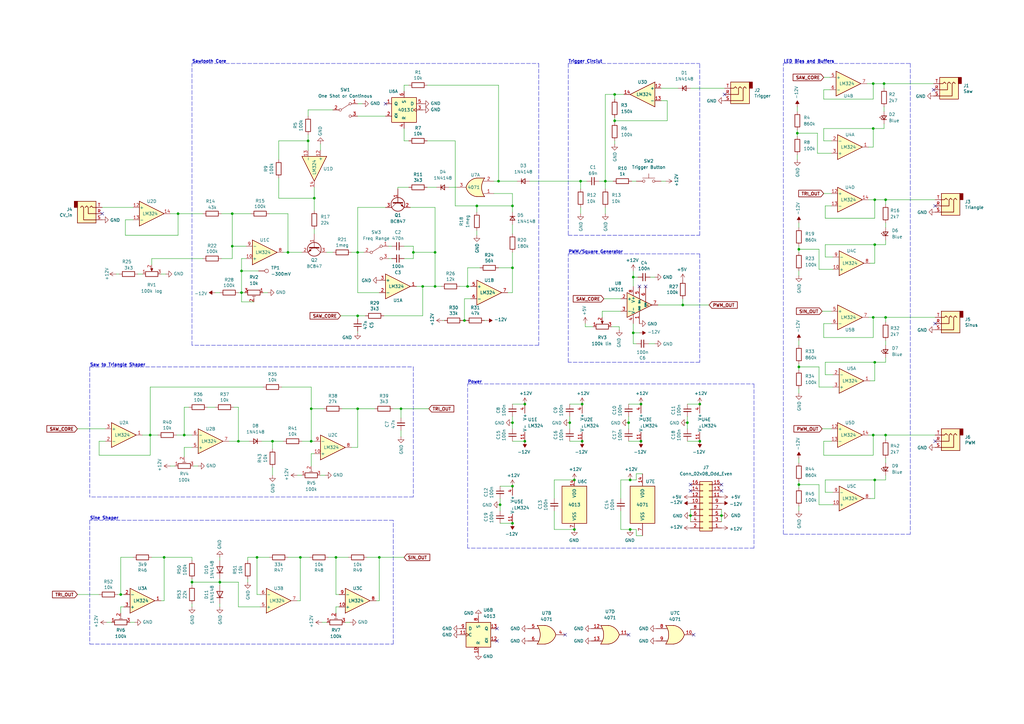
<source format=kicad_sch>
(kicad_sch (version 20211123) (generator eeschema)
  (paper "A3")
  (title_block (title "unhurried LFO") (date "2021-12-21") (rev "0"))
  (junction (at 259.715 136.525))
  (junction (at 358.775 196.85))
  (junction (at 238.76 165.735))
  (junction (at 280.035 125.095))
  (junction (at 75.565 178.435))
  (junction (at 215.265 165.735))
  (junction (at 99.06 120.015))
  (junction (at 127.635 167.64))
  (junction (at 173.355 117.475))
  (junction (at 191.77 117.475))
  (junction (at 169.545 103.505))
  (junction (at 215.265 180.975))
  (junction (at 259.715 113.665))
  (junction (at 178.435 117.475))
  (junction (at 248.285 74.295))
  (junction (at 287.02 180.975))
  (junction (at 257.81 173.355))
  (junction (at 252.095 49.53))
  (junction (at 210.185 214.63))
  (junction (at 97.79 180.975))
  (junction (at 358.775 81.915))
  (junction (at 118.11 103.505))
  (junction (at 258.445 196.85))
  (junction (at 146.685 129.54))
  (junction (at 205.105 207.01))
  (junction (at 295.91 211.455))
  (junction (at 283.21 211.455))
  (junction (at 78.74 238.76))
  (junction (at 90.17 238.76))
  (junction (at 204.47 74.295))
  (junction (at 95.25 100.965))
  (junction (at 362.585 34.29))
  (junction (at 95.25 87.63))
  (junction (at 327.66 102.235))
  (junction (at 210.185 173.355))
  (junction (at 358.14 34.29))
  (junction (at 327.025 54.61))
  (junction (at 358.14 178.435))
  (junction (at 127.635 180.975))
  (junction (at 363.22 81.915))
  (junction (at 73.025 87.63))
  (junction (at 146.685 103.505))
  (junction (at 61.595 178.435))
  (junction (at 358.775 100.33))
  (junction (at 358.14 52.705))
  (junction (at 238.125 74.295))
  (junction (at 262.89 165.735))
  (junction (at 262.89 180.975))
  (junction (at 210.185 109.855))
  (junction (at 210.185 84.455))
  (junction (at 146.685 167.64))
  (junction (at 363.22 130.175))
  (junction (at 67.31 228.6))
  (junction (at 111.76 180.975))
  (junction (at 358.775 148.59))
  (junction (at 99.06 111.125))
  (junction (at 235.585 217.17))
  (junction (at 252.095 38.735))
  (junction (at 287.02 165.735))
  (junction (at 210.185 199.39))
  (junction (at 327.66 150.495))
  (junction (at 164.465 167.64))
  (junction (at 105.41 228.6))
  (junction (at 281.94 173.355))
  (junction (at 233.68 173.355))
  (junction (at 123.19 228.6))
  (junction (at 238.76 180.975))
  (junction (at 258.445 217.17))
  (junction (at 128.905 81.28))
  (junction (at 358.14 130.175))
  (junction (at 49.53 243.84))
  (junction (at 195.58 84.455))
  (junction (at 126.365 57.785))
  (junction (at 363.22 178.435))
  (junction (at 155.575 228.6))
  (junction (at 137.795 228.6))
  (junction (at 327.66 198.755))
  (junction (at 190.5 131.445))
  (junction (at 235.585 196.85))
  (junction (at 178.435 103.505))
  (no_connect (at 203.835 257.81))
  (no_connect (at 231.775 260.35))
  (no_connect (at 203.835 262.89))
  (no_connect (at 262.255 117.475))
  (no_connect (at 264.795 117.475))
  (no_connect (at 383.54 84.455))
  (no_connect (at 295.91 201.295))
  (no_connect (at 283.21 201.295))
  (no_connect (at 295.91 198.755))
  (no_connect (at 284.48 260.35))
  (no_connect (at 383.54 180.975))
  (no_connect (at 382.905 36.83))
  (no_connect (at 257.81 260.35))
  (no_connect (at 158.115 42.545))
  (no_connect (at 41.91 87.63))
  (no_connect (at 383.54 132.715))
  (no_connect (at 283.21 198.755))
  (no_connect (at 297.18 38.735))
  (wire (pts (xy 210.185 173.355) (xy 210.185 175.895)))
  (wire (pts (xy 227.33 217.17) (xy 235.585 217.17)))
  (wire (pts (xy 126.365 57.785) (xy 126.365 55.245)))
  (wire (pts (xy 164.465 176.53) (xy 164.465 179.07)))
  (wire (pts (xy 327.66 150.495) (xy 335.915 150.495)))
  (wire (pts (xy 227.33 196.85) (xy 227.33 204.47)))
  (wire (pts (xy 338.455 148.59) (xy 358.775 148.59)))
  (wire (pts (xy 163.195 76.835) (xy 163.195 77.47)))
  (wire (pts (xy 107.315 180.975) (xy 111.76 180.975)))
  (wire (pts (xy 97.79 120.015) (xy 99.06 120.015)))
  (wire (pts (xy 210.185 84.455) (xy 210.185 86.995)))
  (wire (pts (xy 252.095 49.53) (xy 273.685 49.53)))
  (wire (pts (xy 69.85 87.63) (xy 73.025 87.63)))
  (polyline (pts (xy 321.31 219.075) (xy 321.31 26.035)))
  (wire (pts (xy 53.34 255.27) (xy 55.245 255.27)))
  (wire (pts (xy 327.66 187.96) (xy 327.66 189.865)))
  (wire (pts (xy 186.69 57.785) (xy 186.69 84.455)))
  (wire (pts (xy 238.125 74.295) (xy 240.665 74.295)))
  (polyline (pts (xy 287.02 96.52) (xy 287.02 26.035)))
  (wire (pts (xy 217.17 74.295) (xy 238.125 74.295)))
  (wire (pts (xy 358.775 196.85) (xy 358.775 204.47)))
  (wire (pts (xy 233.68 180.975) (xy 238.76 180.975)))
  (wire (pts (xy 184.15 76.835) (xy 187.325 76.835)))
  (wire (pts (xy 280.035 122.555) (xy 280.035 125.095)))
  (wire (pts (xy 146.685 103.505) (xy 149.225 103.505)))
  (wire (pts (xy 61.595 158.75) (xy 61.595 178.435)))
  (wire (pts (xy 99.06 106.045) (xy 100.965 106.045)))
  (wire (pts (xy 90.17 238.76) (xy 90.17 237.49)))
  (wire (pts (xy 165.735 106.045) (xy 169.545 106.045)))
  (wire (pts (xy 99.06 120.015) (xy 100.33 120.015)))
  (wire (pts (xy 337.82 79.375) (xy 340.995 79.375)))
  (wire (pts (xy 358.775 81.915) (xy 363.22 81.915)))
  (wire (pts (xy 327.66 102.235) (xy 327.66 103.505)))
  (wire (pts (xy 61.595 186.69) (xy 61.595 178.435)))
  (wire (pts (xy 141.605 255.27) (xy 143.51 255.27)))
  (polyline (pts (xy 373.38 26.035) (xy 373.38 219.075)))
  (wire (pts (xy 363.22 196.85) (xy 358.775 196.85)))
  (wire (pts (xy 90.17 247.65) (xy 90.17 248.92)))
  (wire (pts (xy 363.22 98.425) (xy 363.22 100.33)))
  (polyline (pts (xy 191.77 224.79) (xy 191.77 157.48)))
  (polyline (pts (xy 36.83 264.16) (xy 161.29 264.16)))
  (wire (pts (xy 164.465 167.64) (xy 164.465 171.45)))
  (wire (pts (xy 235.585 196.85) (xy 227.33 196.85)))
  (wire (pts (xy 165.735 34.925) (xy 165.735 37.465)))
  (wire (pts (xy 252.095 57.785) (xy 252.095 59.055)))
  (wire (pts (xy 327.66 91.44) (xy 327.66 93.345)))
  (wire (pts (xy 146.685 85.09) (xy 146.685 103.505)))
  (polyline (pts (xy 287.02 148.59) (xy 233.045 148.59)))
  (wire (pts (xy 67.31 228.6) (xy 78.74 228.6)))
  (wire (pts (xy 205.105 207.01) (xy 205.105 209.55)))
  (wire (pts (xy 67.945 112.395) (xy 66.04 112.395)))
  (wire (pts (xy 337.82 31.75) (xy 340.36 31.75)))
  (wire (pts (xy 341.63 105.41) (xy 338.455 105.41)))
  (wire (pts (xy 110.49 228.6) (xy 105.41 228.6)))
  (wire (pts (xy 358.14 52.705) (xy 358.14 60.325)))
  (wire (pts (xy 327.025 54.61) (xy 335.28 54.61)))
  (polyline (pts (xy 36.83 150.495) (xy 169.545 150.495)))
  (wire (pts (xy 31.75 243.84) (xy 40.64 243.84)))
  (wire (pts (xy 262.255 136.525) (xy 259.715 136.525)))
  (wire (pts (xy 160.655 100.965) (xy 159.385 100.965)))
  (wire (pts (xy 107.95 158.75) (xy 61.595 158.75)))
  (wire (pts (xy 281.94 170.815) (xy 281.94 173.355)))
  (wire (pts (xy 363.22 130.175) (xy 363.22 132.08)))
  (wire (pts (xy 262.89 165.735) (xy 257.81 165.735)))
  (wire (pts (xy 97.79 167.005) (xy 97.79 180.975)))
  (wire (pts (xy 178.435 117.475) (xy 173.355 117.475)))
  (polyline (pts (xy 220.98 26.035) (xy 220.98 141.605)))
  (wire (pts (xy 146.685 167.64) (xy 146.685 183.515)))
  (wire (pts (xy 358.14 34.29) (xy 362.585 34.29)))
  (wire (pts (xy 75.565 167.005) (xy 77.47 167.005)))
  (wire (pts (xy 259.715 136.525) (xy 259.715 140.97)))
  (wire (pts (xy 281.94 173.355) (xy 281.94 175.895)))
  (wire (pts (xy 90.17 228.6) (xy 90.17 229.87)))
  (wire (pts (xy 204.47 74.295) (xy 204.47 34.925)))
  (wire (pts (xy 137.795 228.6) (xy 137.795 243.84)))
  (wire (pts (xy 268.605 113.665) (xy 266.7 113.665)))
  (wire (pts (xy 49.53 248.92) (xy 49.53 251.46)))
  (wire (pts (xy 248.285 77.47) (xy 248.285 74.295)))
  (wire (pts (xy 62.23 106.045) (xy 83.185 106.045)))
  (wire (pts (xy 358.775 81.915) (xy 356.235 81.915)))
  (wire (pts (xy 114.3 57.785) (xy 126.365 57.785)))
  (wire (pts (xy 247.65 122.555) (xy 254.635 122.555)))
  (wire (pts (xy 163.195 76.835) (xy 167.64 76.835)))
  (polyline (pts (xy 78.74 141.605) (xy 78.74 26.035)))
  (wire (pts (xy 198.755 131.445) (xy 199.39 131.445)))
  (wire (pts (xy 62.23 108.585) (xy 62.23 106.045)))
  (wire (pts (xy 178.435 117.475) (xy 180.975 117.475)))
  (wire (pts (xy 363.22 139.7) (xy 363.22 141.605)))
  (polyline (pts (xy 233.045 26.035) (xy 233.045 96.52)))
  (wire (pts (xy 99.06 111.125) (xy 99.06 120.015)))
  (wire (pts (xy 335.28 54.61) (xy 335.28 62.865)))
  (wire (pts (xy 295.91 211.455) (xy 295.91 213.995)))
  (wire (pts (xy 155.575 246.38) (xy 154.305 246.38)))
  (wire (pts (xy 155.575 228.6) (xy 150.495 228.6)))
  (wire (pts (xy 210.185 109.855) (xy 210.185 120.015)))
  (wire (pts (xy 340.995 84.455) (xy 338.455 84.455)))
  (wire (pts (xy 335.915 110.49) (xy 341.63 110.49)))
  (wire (pts (xy 75.565 187.325) (xy 75.565 183.515)))
  (wire (pts (xy 123.19 246.38) (xy 121.92 246.38)))
  (wire (pts (xy 252.095 49.53) (xy 252.095 50.165)))
  (wire (pts (xy 335.915 198.755) (xy 335.915 207.01)))
  (wire (pts (xy 111.76 191.77) (xy 111.76 194.945)))
  (wire (pts (xy 188.595 117.475) (xy 191.77 117.475)))
  (wire (pts (xy 238.125 77.47) (xy 238.125 74.295)))
  (wire (pts (xy 126.365 61.595) (xy 126.365 57.785)))
  (polyline (pts (xy 161.29 264.16) (xy 161.29 213.36)))
  (wire (pts (xy 107.95 120.015) (xy 109.855 120.015)))
  (wire (pts (xy 78.74 238.76) (xy 78.74 240.03)))
  (wire (pts (xy 327.025 63.5) (xy 327.025 65.405)))
  (wire (pts (xy 362.585 43.815) (xy 362.585 45.72)))
  (wire (pts (xy 210.185 180.975) (xy 215.265 180.975)))
  (wire (pts (xy 363.22 194.945) (xy 363.22 196.85)))
  (wire (pts (xy 362.585 52.705) (xy 358.14 52.705)))
  (wire (pts (xy 75.565 178.435) (xy 78.74 178.435)))
  (wire (pts (xy 327.025 53.34) (xy 327.025 54.61)))
  (wire (pts (xy 252.095 38.735) (xy 255.905 38.735)))
  (wire (pts (xy 335.915 158.75) (xy 341.63 158.75)))
  (wire (pts (xy 127.635 167.64) (xy 132.715 167.64)))
  (wire (pts (xy 114.3 65.405) (xy 114.3 57.785)))
  (wire (pts (xy 248.285 74.295) (xy 251.46 74.295)))
  (wire (pts (xy 254 133.985) (xy 254 135.255)))
  (polyline (pts (xy 169.545 203.835) (xy 36.83 203.835)))
  (polyline (pts (xy 233.045 148.59) (xy 233.045 104.14)))
  (polyline (pts (xy 161.29 213.36) (xy 36.83 213.36)))
  (wire (pts (xy 338.455 100.33) (xy 358.775 100.33)))
  (wire (pts (xy 31.75 175.895) (xy 43.18 175.895)))
  (wire (pts (xy 335.28 62.865) (xy 340.995 62.865)))
  (wire (pts (xy 165.735 57.785) (xy 165.735 52.705)))
  (wire (pts (xy 327.66 198.755) (xy 327.66 200.025)))
  (wire (pts (xy 79.375 191.135) (xy 81.28 191.135)))
  (wire (pts (xy 327.025 43.815) (xy 327.025 45.72)))
  (polyline (pts (xy 233.045 104.14) (xy 287.02 104.14)))
  (wire (pts (xy 175.26 57.785) (xy 186.69 57.785)))
  (wire (pts (xy 252.095 48.26) (xy 252.095 49.53)))
  (wire (pts (xy 261.62 113.665) (xy 259.715 113.665)))
  (wire (pts (xy 341.63 153.67) (xy 338.455 153.67)))
  (polyline (pts (xy 287.02 104.14) (xy 287.02 148.59)))
  (wire (pts (xy 73.025 87.63) (xy 83.185 87.63)))
  (wire (pts (xy 95.25 106.045) (xy 95.25 100.965)))
  (polyline (pts (xy 233.045 96.52) (xy 287.02 96.52)))
  (wire (pts (xy 259.715 113.665) (xy 259.715 117.475)))
  (wire (pts (xy 111.76 180.975) (xy 116.205 180.975)))
  (wire (pts (xy 210.185 79.375) (xy 210.185 84.455)))
  (wire (pts (xy 254.635 209.55) (xy 254.635 217.17)))
  (wire (pts (xy 335.915 102.235) (xy 335.915 110.49)))
  (wire (pts (xy 146.685 129.54) (xy 146.685 130.81)))
  (wire (pts (xy 327.66 150.495) (xy 327.66 151.765)))
  (wire (pts (xy 137.795 248.92) (xy 139.065 248.92)))
  (wire (pts (xy 358.14 130.175) (xy 363.22 130.175)))
  (wire (pts (xy 173.355 117.475) (xy 173.355 129.54)))
  (wire (pts (xy 358.14 60.325) (xy 356.235 60.325)))
  (wire (pts (xy 132.08 255.27) (xy 133.985 255.27)))
  (wire (pts (xy 146.685 42.545) (xy 148.59 42.545)))
  (wire (pts (xy 118.11 103.505) (xy 123.825 103.505)))
  (wire (pts (xy 127.635 167.64) (xy 127.635 158.75)))
  (wire (pts (xy 338.455 105.41) (xy 338.455 100.33)))
  (wire (pts (xy 208.28 120.015) (xy 210.185 120.015)))
  (wire (pts (xy 269.875 125.095) (xy 280.035 125.095)))
  (wire (pts (xy 127.635 186.055) (xy 128.905 186.055)))
  (wire (pts (xy 173.355 117.475) (xy 170.815 117.475)))
  (wire (pts (xy 88.265 120.015) (xy 90.17 120.015)))
  (wire (pts (xy 128.905 81.28) (xy 128.905 86.36)))
  (wire (pts (xy 110.49 87.63) (xy 118.11 87.63)))
  (wire (pts (xy 49.53 228.6) (xy 49.53 243.84)))
  (wire (pts (xy 128.905 76.835) (xy 128.905 81.28)))
  (wire (pts (xy 337.185 175.895) (xy 340.995 175.895)))
  (wire (pts (xy 254.635 217.17) (xy 258.445 217.17)))
  (wire (pts (xy 337.82 186.69) (xy 358.14 186.69)))
  (wire (pts (xy 146.685 47.625) (xy 158.115 47.625)))
  (wire (pts (xy 99.06 123.825) (xy 99.06 120.015)))
  (wire (pts (xy 54.61 228.6) (xy 49.53 228.6)))
  (wire (pts (xy 142.875 228.6) (xy 137.795 228.6)))
  (wire (pts (xy 127.635 180.975) (xy 128.905 180.975)))
  (wire (pts (xy 356.235 178.435) (xy 358.14 178.435)))
  (wire (pts (xy 178.435 85.09) (xy 178.435 103.505)))
  (wire (pts (xy 233.68 170.815) (xy 233.68 173.355)))
  (wire (pts (xy 202.565 74.295) (xy 204.47 74.295)))
  (wire (pts (xy 78.74 228.6) (xy 78.74 229.87)))
  (wire (pts (xy 363.22 91.44) (xy 363.22 93.345)))
  (wire (pts (xy 169.545 106.045) (xy 169.545 103.505)))
  (wire (pts (xy 338.455 196.85) (xy 358.775 196.85)))
  (wire (pts (xy 137.795 248.92) (xy 137.795 251.46)))
  (wire (pts (xy 48.26 243.84) (xy 49.53 243.84)))
  (wire (pts (xy 257.81 173.355) (xy 257.81 175.895)))
  (wire (pts (xy 164.465 167.64) (xy 175.895 167.64)))
  (wire (pts (xy 134.62 228.6) (xy 137.795 228.6)))
  (wire (pts (xy 43.18 180.975) (xy 40.64 180.975)))
  (wire (pts (xy 335.915 207.01) (xy 341.63 207.01)))
  (wire (pts (xy 338.455 201.93) (xy 338.455 196.85)))
  (wire (pts (xy 101.6 228.6) (xy 105.41 228.6)))
  (wire (pts (xy 95.885 167.005) (xy 97.79 167.005)))
  (wire (pts (xy 191.77 117.475) (xy 191.77 109.855)))
  (wire (pts (xy 358.14 34.29) (xy 355.6 34.29)))
  (wire (pts (xy 127.635 158.75) (xy 115.57 158.75)))
  (wire (pts (xy 75.565 183.515) (xy 78.74 183.515)))
  (wire (pts (xy 327.66 102.235) (xy 335.915 102.235)))
  (wire (pts (xy 327.66 111.125) (xy 327.66 113.03)))
  (polyline (pts (xy 191.77 157.48) (xy 309.245 157.48)))
  (wire (pts (xy 116.205 103.505) (xy 118.11 103.505)))
  (wire (pts (xy 47.625 112.395) (xy 48.895 112.395)))
  (wire (pts (xy 280.035 125.095) (xy 290.83 125.095)))
  (wire (pts (xy 189.865 131.445) (xy 190.5 131.445)))
  (wire (pts (xy 327.66 139.7) (xy 327.66 141.605)))
  (wire (pts (xy 204.47 109.855) (xy 210.185 109.855)))
  (polyline (pts (xy 78.74 26.035) (xy 220.98 26.035)))
  (wire (pts (xy 358.775 100.33) (xy 358.775 107.95)))
  (polyline (pts (xy 373.38 219.075) (xy 321.31 219.075)))
  (wire (pts (xy 95.25 87.63) (xy 95.25 100.965)))
  (wire (pts (xy 363.22 130.175) (xy 383.54 130.175)))
  (wire (pts (xy 73.025 96.52) (xy 73.025 87.63)))
  (wire (pts (xy 250.825 133.985) (xy 254 133.985)))
  (wire (pts (xy 181.61 131.445) (xy 182.245 131.445)))
  (wire (pts (xy 127.635 180.975) (xy 127.635 167.64)))
  (wire (pts (xy 67.31 228.6) (xy 62.23 228.6)))
  (wire (pts (xy 126.365 45.085) (xy 136.525 45.085)))
  (wire (pts (xy 167.64 57.785) (xy 165.735 57.785)))
  (wire (pts (xy 158.115 85.09) (xy 146.685 85.09)))
  (wire (pts (xy 283.21 211.455) (xy 283.21 213.995)))
  (wire (pts (xy 168.275 85.09) (xy 178.435 85.09)))
  (wire (pts (xy 340.995 57.785) (xy 337.82 57.785)))
  (wire (pts (xy 337.82 180.975) (xy 337.82 186.69)))
  (wire (pts (xy 263.525 194.31) (xy 260.985 194.31)))
  (wire (pts (xy 191.77 109.855) (xy 196.85 109.855)))
  (wire (pts (xy 85.09 167.005) (xy 88.265 167.005)))
  (wire (pts (xy 210.185 199.39) (xy 205.105 199.39)))
  (wire (pts (xy 114.3 81.28) (xy 128.905 81.28)))
  (wire (pts (xy 363.22 81.915) (xy 383.54 81.915)))
  (wire (pts (xy 247.015 127.635) (xy 254.635 127.635)))
  (wire (pts (xy 259.715 136.525) (xy 259.715 132.715)))
  (wire (pts (xy 362.585 34.29) (xy 362.585 36.195)))
  (wire (pts (xy 167.64 34.925) (xy 165.735 34.925)))
  (wire (pts (xy 95.25 87.63) (xy 102.87 87.63)))
  (wire (pts (xy 295.91 208.915) (xy 295.91 211.455)))
  (wire (pts (xy 146.685 167.64) (xy 153.67 167.64)))
  (wire (pts (xy 210.185 170.815) (xy 210.185 173.355)))
  (wire (pts (xy 337.82 132.715) (xy 337.82 138.43)))
  (wire (pts (xy 338.455 153.67) (xy 338.455 148.59)))
  (wire (pts (xy 139.7 129.54) (xy 146.685 129.54)))
  (wire (pts (xy 363.22 100.33) (xy 358.775 100.33)))
  (wire (pts (xy 173.355 129.54) (xy 157.48 129.54)))
  (wire (pts (xy 327.66 197.485) (xy 327.66 198.755)))
  (wire (pts (xy 78.74 238.76) (xy 90.17 238.76)))
  (wire (pts (xy 123.825 180.975) (xy 127.635 180.975)))
  (wire (pts (xy 248.285 38.735) (xy 248.285 74.295)))
  (wire (pts (xy 259.715 111.125) (xy 259.715 113.665)))
  (wire (pts (xy 97.79 180.975) (xy 102.235 180.975)))
  (wire (pts (xy 49.53 248.92) (xy 50.8 248.92)))
  (wire (pts (xy 191.77 117.475) (xy 193.04 117.475)))
  (wire (pts (xy 238.125 85.09) (xy 238.125 87.63)))
  (wire (pts (xy 190.5 131.445) (xy 191.135 131.445)))
  (wire (pts (xy 169.545 100.965) (xy 165.735 100.965)))
  (wire (pts (xy 146.685 135.89) (xy 146.685 136.525)))
  (wire (pts (xy 105.41 243.84) (xy 106.68 243.84)))
  (wire (pts (xy 340.995 180.975) (xy 337.82 180.975)))
  (wire (pts (xy 40.64 180.975) (xy 40.64 186.69)))
  (wire (pts (xy 127.635 191.135) (xy 127.635 186.055)))
  (wire (pts (xy 338.455 89.535) (xy 358.775 89.535)))
  (wire (pts (xy 358.775 204.47) (xy 356.87 204.47)))
  (wire (pts (xy 363.22 178.435) (xy 363.22 180.34)))
  (wire (pts (xy 40.64 186.69) (xy 61.595 186.69)))
  (wire (pts (xy 131.445 61.595) (xy 131.445 59.055)))
  (wire (pts (xy 245.745 74.295) (xy 248.285 74.295)))
  (wire (pts (xy 238.76 165.735) (xy 233.68 165.735)))
  (wire (pts (xy 248.285 85.09) (xy 248.285 87.63)))
  (wire (pts (xy 67.31 228.6) (xy 67.31 246.38)))
  (wire (pts (xy 186.69 84.455) (xy 195.58 84.455)))
  (wire (pts (xy 72.39 178.435) (xy 75.565 178.435)))
  (wire (pts (xy 358.775 89.535) (xy 358.775 81.915)))
  (wire (pts (xy 271.145 74.295) (xy 273.05 74.295)))
  (wire (pts (xy 327.66 149.225) (xy 327.66 150.495)))
  (wire (pts (xy 131.445 194.945) (xy 133.35 194.945)))
  (wire (pts (xy 61.595 178.435) (xy 64.77 178.435)))
  (wire (pts (xy 358.775 107.95) (xy 356.87 107.95)))
  (wire (pts (xy 215.265 165.735) (xy 210.185 165.735)))
  (wire (pts (xy 123.19 228.6) (xy 127 228.6)))
  (wire (pts (xy 140.335 167.64) (xy 146.685 167.64)))
  (wire (pts (xy 258.445 196.85) (xy 254.635 196.85)))
  (wire (pts (xy 67.31 246.38) (xy 66.04 246.38)))
  (wire (pts (xy 260.985 196.85) (xy 258.445 196.85)))
  (wire (pts (xy 363.22 146.685) (xy 363.22 148.59)))
  (wire (pts (xy 257.81 170.815) (xy 257.81 173.355)))
  (wire (pts (xy 337.82 36.83) (xy 337.82 40.64)))
  (wire (pts (xy 155.575 120.015) (xy 146.685 120.015)))
  (wire (pts (xy 335.915 150.495) (xy 335.915 158.75)))
  (wire (pts (xy 175.26 76.835) (xy 179.07 76.835)))
  (polyline (pts (xy 321.31 26.035) (xy 373.38 26.035)))
  (wire (pts (xy 105.41 228.6) (xy 105.41 243.84)))
  (polyline (pts (xy 233.045 26.035) (xy 287.02 26.035)))
  (wire (pts (xy 358.14 40.64) (xy 358.14 34.29)))
  (polyline (pts (xy 169.545 150.495) (xy 169.545 203.835)))
  (wire (pts (xy 257.81 180.975) (xy 262.89 180.975)))
  (wire (pts (xy 227.33 209.55) (xy 227.33 217.17)))
  (wire (pts (xy 259.08 74.295) (xy 260.985 74.295)))
  (wire (pts (xy 287.02 165.735) (xy 281.94 165.735)))
  (wire (pts (xy 252.095 38.735) (xy 248.285 38.735)))
  (wire (pts (xy 51.435 96.52) (xy 73.025 96.52)))
  (wire (pts (xy 358.775 148.59) (xy 358.775 156.21)))
  (wire (pts (xy 146.685 120.015) (xy 146.685 103.505)))
  (wire (pts (xy 51.435 90.17) (xy 51.435 96.52)))
  (wire (pts (xy 104.14 123.825) (xy 99.06 123.825)))
  (wire (pts (xy 260.985 217.17) (xy 258.445 217.17)))
  (wire (pts (xy 75.565 178.435) (xy 75.565 167.005)))
  (wire (pts (xy 99.06 106.045) (xy 99.06 111.125)))
  (wire (pts (xy 169.545 103.505) (xy 169.545 100.965)))
  (wire (pts (xy 99.06 111.125) (xy 106.045 111.125)))
  (wire (pts (xy 362.585 50.8) (xy 362.585 52.705)))
  (wire (pts (xy 358.14 138.43) (xy 358.14 130.175)))
  (wire (pts (xy 266.065 140.97) (xy 268.605 140.97)))
  (wire (pts (xy 358.775 156.21) (xy 356.87 156.21)))
  (wire (pts (xy 358.14 186.69) (xy 358.14 178.435)))
  (polyline (pts (xy 220.98 141.605) (xy 78.74 141.605)))
  (wire (pts (xy 161.29 167.64) (xy 164.465 167.64)))
  (wire (pts (xy 190.5 122.555) (xy 190.5 131.445)))
  (wire (pts (xy 240.03 133.985) (xy 243.205 133.985)))
  (wire (pts (xy 254.635 196.85) (xy 254.635 204.47)))
  (wire (pts (xy 137.795 243.84) (xy 139.065 243.84)))
  (wire (pts (xy 97.79 180.975) (xy 93.98 180.975)))
  (wire (pts (xy 56.515 112.395) (xy 58.42 112.395)))
  (wire (pts (xy 363.22 148.59) (xy 358.775 148.59)))
  (wire (pts (xy 210.185 79.375) (xy 202.565 79.375)))
  (wire (pts (xy 155.575 228.6) (xy 165.735 228.6)))
  (polyline (pts (xy 36.83 150.495) (xy 36.83 203.835)))
  (wire (pts (xy 111.76 180.975) (xy 111.76 184.15)))
  (wire (pts (xy 101.6 238.76) (xy 101.6 237.49)))
  (wire (pts (xy 362.585 34.29) (xy 382.905 34.29)))
  (wire (pts (xy 126.365 47.625) (xy 126.365 45.085)))
  (polyline (pts (xy 309.245 157.48) (xy 309.245 224.79)))
  (wire (pts (xy 101.6 229.87) (xy 101.6 228.6)))
  (wire (pts (xy 337.82 40.64) (xy 358.14 40.64)))
  (wire (pts (xy 337.185 127.635) (xy 340.995 127.635)))
  (wire (pts (xy 49.53 243.84) (xy 50.8 243.84)))
  (wire (pts (xy 195.58 84.455) (xy 195.58 86.995)))
  (wire (pts (xy 283.21 208.915) (xy 283.21 211.455)))
  (wire (pts (xy 121.92 194.945) (xy 123.825 194.945)))
  (wire (pts (xy 356.235 130.175) (xy 358.14 130.175)))
  (wire (pts (xy 252.095 40.64) (xy 252.095 38.735)))
  (wire (pts (xy 175.26 34.925) (xy 204.47 34.925)))
  (polyline (pts (xy 309.245 224.79) (xy 191.77 224.79)))
  (wire (pts (xy 97.79 248.92) (xy 106.68 248.92)))
  (wire (pts (xy 327.66 159.385) (xy 327.66 161.29)))
  (wire (pts (xy 78.74 247.65) (xy 78.74 248.92)))
  (wire (pts (xy 283.21 36.195) (xy 297.18 36.195)))
  (wire (pts (xy 90.17 238.76) (xy 90.17 240.03)))
  (wire (pts (xy 341.63 201.93) (xy 338.455 201.93)))
  (wire (pts (xy 195.58 96.52) (xy 195.58 94.615)))
  (wire (pts (xy 363.22 178.435) (xy 383.54 178.435)))
  (wire (pts (xy 41.91 85.09) (xy 54.61 85.09)))
  (wire (pts (xy 149.86 129.54) (xy 146.685 129.54)))
  (wire (pts (xy 169.545 103.505) (xy 178.435 103.505)))
  (wire (pts (xy 247.015 127.635) (xy 247.015 130.175)))
  (wire (pts (xy 338.455 84.455) (xy 338.455 89.535)))
  (wire (pts (xy 260.985 219.71) (xy 260.985 217.17)))
  (wire (pts (xy 90.17 238.76) (xy 97.79 238.76)))
  (wire (pts (xy 97.79 238.76) (xy 97.79 248.92)))
  (wire (pts (xy 363.22 81.915) (xy 363.22 83.82)))
  (wire (pts (xy 193.04 122.555) (xy 190.5 122.555)))
  (wire (pts (xy 123.19 228.6) (xy 118.11 228.6)))
  (wire (pts (xy 90.805 106.045) (xy 95.25 106.045)))
  (wire (pts (xy 54.61 90.17) (xy 51.435 90.17)))
  (wire (pts (xy 43.815 255.27) (xy 45.72 255.27)))
  (wire (pts (xy 128.905 93.98) (xy 128.905 95.885)))
  (wire (pts (xy 133.985 103.505) (xy 136.525 103.505)))
  (wire (pts (xy 271.145 41.275) (xy 273.685 41.275)))
  (wire (pts (xy 123.19 228.6) (xy 123.19 246.38)))
  (wire (pts (xy 340.36 36.83) (xy 337.82 36.83)))
  (wire (pts (xy 327.66 100.965) (xy 327.66 102.235)))
  (wire (pts (xy 90.805 87.63) (xy 95.25 87.63)))
  (wire (pts (xy 327.66 207.645) (xy 327.66 209.55)))
  (wire (pts (xy 155.575 228.6) (xy 155.575 246.38)))
  (wire (pts (xy 144.145 103.505) (xy 146.685 103.505)))
  (wire (pts (xy 259.715 140.97) (xy 260.985 140.97)))
  (wire (pts (xy 205.105 204.47) (xy 205.105 207.01)))
  (wire (pts (xy 240.03 132.715) (xy 240.03 133.985)))
  (wire (pts (xy 337.82 52.705) (xy 358.14 52.705)))
  (wire (pts (xy 195.58 84.455) (xy 210.185 84.455)))
  (wire (pts (xy 337.82 138.43) (xy 358.14 138.43)))
  (wire (pts (xy 363.22 187.96) (xy 363.22 189.865)))
  (wire (pts (xy 95.25 100.965) (xy 100.965 100.965)))
  (wire (pts (xy 114.3 81.28) (xy 114.3 73.025)))
  (wire (pts (xy 327.66 198.755) (xy 335.915 198.755)))
  (wire (pts (xy 78.74 237.49) (xy 78.74 238.76)))
  (polyline (pts (xy 36.83 213.36) (xy 36.83 264.16)))
  (wire (pts (xy 204.47 74.295) (xy 212.09 74.295)))
  (wire (pts (xy 61.595 178.435) (xy 58.42 178.435)))
  (wire (pts (xy 205.105 214.63) (xy 210.185 214.63)))
  (wire (pts (xy 327.025 54.61) (xy 327.025 55.88)))
  (wire (pts (xy 340.995 132.715) (xy 337.82 132.715)))
  (wire (pts (xy 260.985 194.31) (xy 260.985 196.85)))
  (wire (pts (xy 118.11 87.63) (xy 118.11 103.505)))
  (wire (pts (xy 263.525 219.71) (xy 260.985 219.71)))
  (wire (pts (xy 69.85 191.135) (xy 71.755 191.135)))
  (wire (pts (xy 281.94 180.975) (xy 287.02 180.975)))
  (wire (pts (xy 273.685 41.275) (xy 273.685 49.53)))
  (wire (pts (xy 271.145 36.195) (xy 278.13 36.195)))
  (wire (pts (xy 178.435 103.505) (xy 178.435 117.475)))
  (wire (pts (xy 159.385 106.045) (xy 160.655 106.045)))
  (wire (pts (xy 337.82 57.785) (xy 337.82 52.705)))
  (wire (pts (xy 233.68 173.355) (xy 233.68 175.895)))
  (wire (pts (xy 358.14 178.435) (xy 363.22 178.435)))
  (wire (pts (xy 146.685 183.515) (xy 144.145 183.515)))
  (wire (pts (xy 210.185 103.505) (xy 210.185 109.855)))
  (wire (pts (xy 210.185 92.075) (xy 210.185 95.885)))
  (text "Sine Shaper" (at 36.83 213.36 0) (effects (font (size 1.27 1.27) (thickness 0.254) bold) (justify left bottom)))
  (text "Power" (at 191.77 157.48 0) (effects (font (size 1.27 1.27) bold) (justify left bottom)))
  (text "Saw to Triangle Shaper" (at 36.83 150.495 0) (effects (font (size 1.27 1.27) (thickness 0.254) bold) (justify left bottom)))
  (text "Trigger Circiut" (at 233.045 26.035 0) (effects (font (size 1.27 1.27) (thickness 0.254) bold) (justify left bottom)))
  (text "Sawtooth Core" (at 78.74 26.035 0) (effects (font (size 1.27 1.27) (thickness 0.254) bold) (justify left bottom)))
  (text "PWM/Square Generator" (at 233.045 104.14 0) (effects (font (size 1.27 1.27) (thickness 0.254) bold) (justify left bottom)))
  (text "LED Bias and Buffers" (at 321.31 26.035 0) (effects (font (size 1.27 1.27) bold) (justify left bottom)))
  (global_label "PWM_OUT" (shape input) (at 337.185 175.895 180) (effects (font (thickness 0.254) bold)) (property "Intersheet References" "${INTERSHEET_REFS}" (effects hide)))
  (global_label "SAW_CORE" (shape input) (at 247.65 122.555 180) (effects (font (thickness 0.254) bold)) (property "Intersheet References" "${INTERSHEET_REFS}" (effects hide)))
  (global_label "PWM_OUT" (shape input) (at 290.83 125.095 0) (effects (font (thickness 0.254) bold)) (property "Intersheet References" "${INTERSHEET_REFS}" (effects hide)))
  (global_label "SAW_CORE" (shape input) (at 31.75 175.895 180) (effects (font (thickness 0.254) bold)) (property "Intersheet References" "${INTERSHEET_REFS}" (effects hide)))
  (global_label "SIN_OUT" (shape input) (at 337.185 127.635 180) (effects (font (thickness 0.254) bold)) (property "Intersheet References" "${INTERSHEET_REFS}" (effects hide)))
  (global_label "TRI_OUT" (shape input) (at 175.895 167.64 0) (effects (font (thickness 0.254) bold)) (property "Intersheet References" "${INTERSHEET_REFS}" (effects hide)))
  (global_label "SAW_CORE" (shape input) (at 139.7 129.54 180) (effects (font (thickness 0.254) bold)) (property "Intersheet References" "${INTERSHEET_REFS}" (effects hide)))
  (global_label "SIN_OUT" (shape input) (at 165.735 228.6 0) (effects (font (thickness 0.254) bold)) (property "Intersheet References" "${INTERSHEET_REFS}" (effects hide)))
  (global_label "TRI_OUT" (shape input) (at 31.75 243.84 180) (effects (font (thickness 0.254) bold)) (property "Intersheet References" "${INTERSHEET_REFS}" (effects hide)))
  (global_label "SAW_CORE" (shape input) (at 337.82 31.75 180) (effects (font (thickness 0.254) bold)) (property "Intersheet References" "${INTERSHEET_REFS}" (effects hide)))
  (global_label "TRI_OUT" (shape input) (at 337.82 79.375 180) (effects (font (thickness 0.254) bold)) (property "Intersheet References" "${INTERSHEET_REFS}" (effects hide)))
  (symbol (lib_id "Device:R") (at 44.45 243.84 90) (unit 1)
    (property "Reference" "R52" (at 44.45 238.5822 90))
    (property "Value" "10k" (at 44.45 240.8936 90))
    (property "Footprint" "Resistor_SMD:R_1206_3216Metric" (effects hide))
  )
  (symbol (lib_id "Device:R") (at 58.42 228.6 270) (unit 1)
    (property "Reference" "R46" (at 58.42 233.8578 90))
    (property "Value" "3k9" (at 58.42 231.5464 90))
    (property "Footprint" "Resistor_SMD:R_1206_3216Metric" (effects hide))
  )
  (symbol (lib_id "power:GND") (at 155.575 114.935 270) (unit 1)
    (property "Reference" "#PWR022" (effects hide))
    (property "Value" "GND" (at 152.3238 115.062 90) (effects (justify right)))
  )
  (symbol (lib_id "Device:R") (at 78.74 233.68 180) (unit 1)
    (property "Reference" "R50" (at 73.4822 233.68 90))
    (property "Value" "100k" (at 75.7936 233.68 90))
    (property "Footprint" "Resistor_SMD:R_1206_3216Metric" (effects hide))
  )
  (symbol (lib_id "Device:R") (at 78.74 243.84 180) (unit 1)
    (property "Reference" "R53" (at 73.4822 243.84 90))
    (property "Value" "22k" (at 75.7936 243.84 90))
    (property "Footprint" "Resistor_SMD:R_1206_3216Metric" (effects hide))
  )
  (symbol (lib_id "power:GND") (at 78.74 248.92 0) (unit 1)
    (property "Reference" "#PWR048" (effects hide))
    (property "Value" "GND" (at 78.867 252.1712 90) (effects (justify right)))
  )
  (symbol (lib_id "Device:D") (at 90.17 243.84 90) (unit 1)
    (property "Reference" "D11" (at 84.6582 243.84 0))
    (property "Value" "1N4148" (at 86.9696 243.84 0))
    (property "Footprint" "Diode_SMD:D_1206_3216Metric" (effects hide))
  )
  (symbol (lib_id "Device:D") (at 90.17 233.68 90) (unit 1)
    (property "Reference" "D10" (at 84.6582 233.68 0))
    (property "Value" "1N4148" (at 86.9696 233.68 0))
    (property "Footprint" "Diode_SMD:D_1206_3216Metric" (effects hide))
  )
  (symbol (lib_id "power:GND") (at 90.17 248.92 0) (unit 1)
    (property "Reference" "#PWR049" (effects hide))
    (property "Value" "GND" (at 90.297 252.1712 90) (effects (justify right)))
  )
  (symbol (lib_id "power:GND") (at 90.17 228.6 180) (unit 1)
    (property "Reference" "#PWR046" (effects hide))
    (property "Value" "GND" (at 90.043 225.3488 90) (effects (justify right)))
  )
  (symbol (lib_id "Device:R") (at 101.6 233.68 180) (unit 1)
    (property "Reference" "R51" (at 96.3422 233.68 90))
    (property "Value" "10k" (at 98.6536 233.68 90))
    (property "Footprint" "Resistor_SMD:R_1206_3216Metric" (effects hide))
  )
  (symbol (lib_id "Device:R") (at 114.3 228.6 270) (unit 1)
    (property "Reference" "R47" (at 114.3 233.8578 90))
    (property "Value" "33k" (at 114.3 231.5464 90))
    (property "Footprint" "Resistor_SMD:R_1206_3216Metric" (effects hide))
  )
  (symbol (lib_id "Amplifier_Operational:LM324") (at 58.42 246.38 0) (mirror x) (unit 1)
    (property "Reference" "U3" (at 58.42 241.3 0))
    (property "Value" "LM324" (at 57.785 246.38 0))
    (property "Footprint" "Package_SO:SOIC-14_3.9x8.7mm_P1.27mm" (effects hide))
    (property "Datasheet" "http://www.ti.com/lit/ds/symlink/lm2902-n.pdf" (effects hide))
  )
  (symbol (lib_id "Amplifier_Operational:LM324") (at 114.3 246.38 0) (mirror x) (unit 2)
    (property "Reference" "U3" (at 114.3 241.3 0))
    (property "Value" "LM324" (at 113.665 246.38 0))
    (property "Footprint" "Package_SO:SOIC-14_3.9x8.7mm_P1.27mm" (effects hide))
    (property "Datasheet" "http://www.ti.com/lit/ds/symlink/lm2902-n.pdf" (effects hide))
  )
  (symbol (lib_id "power:GND") (at 101.6 238.76 0) (unit 1)
    (property "Reference" "#PWR047" (effects hide))
    (property "Value" "GND" (at 101.727 242.0112 90) (effects (justify right)))
  )
  (symbol (lib_id "Device:R") (at 146.685 228.6 270) (unit 1)
    (property "Reference" "R49" (at 146.685 233.8578 90))
    (property "Value" "10k" (at 146.685 231.5464 90))
    (property "Footprint" "Resistor_SMD:R_1206_3216Metric" (effects hide))
  )
  (symbol (lib_id "Comparator:LM311") (at 262.255 125.095 0) (unit 1)
    (property "Reference" "U8" (at 252.095 116.205 0) (effects (justify left)))
    (property "Value" "LM311" (at 249.555 118.745 0) (effects (justify left)))
    (property "Footprint" "Package_SO:SOIC-8_3.9x4.9mm_P1.27mm" (effects hide))
    (property "Datasheet" "https://www.st.com/resource/en/datasheet/lm311.pdf" (effects hide))
  )
  (symbol (lib_id "power:+12V") (at 259.715 111.125 0) (mirror y) (unit 1)
    (property "Reference" "#PWR017" (effects hide))
    (property "Value" "+12V" (at 259.334 106.7308 0))
  )
  (symbol (lib_id "power:-12V") (at 262.255 136.525 270) (mirror x) (unit 1)
    (property "Reference" "#PWR033" (effects hide))
    (property "Value" "-12V" (at 265.5062 136.144 90) (effects (justify left)))
  )
  (symbol (lib_id "power:GND") (at 262.255 132.715 90) (mirror x) (unit 1)
    (property "Reference" "#PWR029" (effects hide))
    (property "Value" "GND" (at 265.5062 132.842 90) (effects (justify right)))
  )
  (symbol (lib_id "Device:R") (at 280.035 118.745 0) (mirror y) (unit 1)
    (property "Reference" "R27" (at 278.257 117.5766 0) (effects (justify left)))
    (property "Value" "100k" (at 278.257 119.888 0) (effects (justify left)))
    (property "Footprint" "Resistor_SMD:R_1206_3216Metric" (effects hide))
  )
  (symbol (lib_id "power:+5V") (at 280.035 114.935 0) (mirror y) (unit 1)
    (property "Reference" "#PWR023" (effects hide))
    (property "Value" "+5V" (at 279.654 110.5408 0))
  )
  (symbol (lib_id "power:GND") (at 254 135.255 0) (mirror y) (unit 1)
    (property "Reference" "#PWR030" (effects hide))
    (property "Value" "GND" (at 253.873 138.5062 90) (effects (justify right)))
  )
  (symbol (lib_id "power:+5V") (at 240.03 132.715 0) (mirror y) (unit 1)
    (property "Reference" "#PWR028" (effects hide))
    (property "Value" "+5V" (at 239.649 129.4638 90) (effects (justify left)))
  )
  (symbol (lib_id "Connector:AudioJack3") (at 387.985 36.83 180) (unit 1)
    (property "Reference" "J1" (at 395.097 35.1282 0) (effects (justify right)))
    (property "Value" "Saw" (at 395.097 37.4396 0) (effects (justify right)))
    (property "Footprint" "component-library:Jack_3.5mm_VERTICAL" (effects hide))
  )
  (symbol (lib_id "Connector:AudioJack3") (at 388.62 180.975 180) (unit 1)
    (property "Reference" "J6" (at 395.732 179.2732 0) (effects (justify right)))
    (property "Value" "PWM" (at 395.732 181.5846 0) (effects (justify right)))
    (property "Footprint" "component-library:Jack_3.5mm_VERTICAL" (effects hide))
  )
  (symbol (lib_id "Connector:AudioJack3") (at 388.62 84.455 180) (unit 1)
    (property "Reference" "J3" (at 395.732 82.7532 0) (effects (justify right)))
    (property "Value" "Triangle" (at 395.732 85.0646 0) (effects (justify right)))
    (property "Footprint" "component-library:Jack_3.5mm_VERTICAL" (effects hide))
  )
  (symbol (lib_id "Connector:AudioJack3") (at 388.62 132.715 180) (unit 1)
    (property "Reference" "J5" (at 395.732 131.0132 0) (effects (justify right)))
    (property "Value" "Sinus" (at 395.732 133.3246 0) (effects (justify right)))
    (property "Footprint" "component-library:Jack_3.5mm_VERTICAL" (effects hide))
  )
  (symbol (lib_id "power:GND") (at 382.905 39.37 270) (unit 1)
    (property "Reference" "#PWR01" (effects hide))
    (property "Value" "GND" (at 379.6538 39.497 90) (effects (justify right)))
  )
  (symbol (lib_id "power:GND") (at 383.54 183.515 270) (unit 1)
    (property "Reference" "#PWR038" (effects hide))
    (property "Value" "GND" (at 380.2888 183.642 90) (effects (justify right)))
  )
  (symbol (lib_id "power:GND") (at 383.54 86.995 270) (unit 1)
    (property "Reference" "#PWR011" (effects hide))
    (property "Value" "GND" (at 380.2888 87.122 90) (effects (justify right)))
  )
  (symbol (lib_id "power:GND") (at 383.54 135.255 270) (unit 1)
    (property "Reference" "#PWR031" (effects hide))
    (property "Value" "GND" (at 380.2888 135.382 90) (effects (justify right)))
  )
  (symbol (lib_id "power:GND") (at 295.91 211.455 90) (unit 1)
    (property "Reference" "#PWR069" (effects hide))
    (property "Value" "GND" (at 299.72 211.455 90) (effects (justify right)))
  )
  (symbol (lib_id "power:GND") (at 283.21 211.455 270) (unit 1)
    (property "Reference" "#PWR068" (effects hide))
    (property "Value" "GND" (at 279.9588 211.582 90) (effects (justify right)))
  )
  (symbol (lib_id "power:+12V") (at 283.21 216.535 90) (unit 1)
    (property "Reference" "#PWR070" (effects hide))
    (property "Value" "+12V" (at 279.9588 216.154 90) (effects (justify left)))
  )
  (symbol (lib_id "power:+12V") (at 295.91 216.535 270) (unit 1)
    (property "Reference" "#PWR071" (effects hide))
    (property "Value" "+12V" (at 299.1612 216.916 90) (effects (justify left)))
  )
  (symbol (lib_id "power:-12V") (at 283.21 206.375 90) (unit 1)
    (property "Reference" "#PWR061" (effects hide))
    (property "Value" "-12V" (at 279.9588 205.994 90) (effects (justify left)))
  )
  (symbol (lib_id "power:-12V") (at 295.91 206.375 270) (unit 1)
    (property "Reference" "#PWR062" (effects hide))
    (property "Value" "-12V" (at 299.1612 206.756 90) (effects (justify left)))
  )
  (symbol (lib_id "power:+12V") (at 235.585 196.85 0) (unit 1)
    (property "Reference" "#PWR054" (effects hide))
    (property "Value" "+12V" (at 235.966 192.4558 0))
  )
  (symbol (lib_id "Device:C_Small") (at 227.33 207.01 0) (unit 1)
    (property "Reference" "C13" (at 221.5134 207.01 90))
    (property "Value" "100n" (at 223.8248 207.01 90))
    (property "Footprint" "Capacitor_SMD:C_1206_3216Metric" (effects hide))
  )
  (symbol (lib_id "power:+12V") (at 210.185 199.39 0) (unit 1)
    (property "Reference" "#PWR060" (effects hide))
    (property "Value" "+12V" (at 210.566 194.9958 0))
  )
  (symbol (lib_id "power:-12V") (at 210.185 214.63 180) (unit 1)
    (property "Reference" "#PWR076" (effects hide))
    (property "Value" "-12V" (at 209.804 219.0242 0))
  )
  (symbol (lib_id "Device:C_Small") (at 205.105 201.93 0) (unit 1)
    (property "Reference" "C12" (at 199.2884 201.93 90))
    (property "Value" "100n" (at 201.5998 201.93 90))
    (property "Footprint" "Capacitor_SMD:C_1206_3216Metric" (effects hide))
  )
  (symbol (lib_id "Device:C_Small") (at 205.105 212.09 0) (unit 1)
    (property "Reference" "C19" (at 199.2884 212.09 90))
    (property "Value" "100n" (at 201.5998 212.09 90))
    (property "Footprint" "Capacitor_SMD:C_1206_3216Metric" (effects hide))
  )
  (symbol (lib_id "power:GND") (at 205.105 207.01 270) (unit 1)
    (property "Reference" "#PWR067" (effects hide))
    (property "Value" "GND" (at 201.8538 207.137 90) (effects (justify right)))
  )
  (symbol (lib_id "power:+12V") (at 287.02 165.735 0) (unit 1)
    (property "Reference" "#PWR059" (effects hide))
    (property "Value" "+12V" (at 287.401 161.3408 0))
  )
  (symbol (lib_id "power:-12V") (at 287.02 180.975 180) (unit 1)
    (property "Reference" "#PWR075" (effects hide))
    (property "Value" "-12V" (at 286.639 185.3692 0))
  )
  (symbol (lib_id "Device:C_Small") (at 281.94 168.275 0) (unit 1)
    (property "Reference" "C11" (at 276.1234 168.275 90))
    (property "Value" "100n" (at 278.4348 168.275 90))
    (property "Footprint" "Capacitor_SMD:C_1206_3216Metric" (effects hide))
  )
  (symbol (lib_id "Device:C_Small") (at 281.94 178.435 0) (unit 1)
    (property "Reference" "C18" (at 276.1234 178.435 90))
    (property "Value" "100n" (at 278.4348 178.435 90))
    (property "Footprint" "Capacitor_SMD:C_1206_3216Metric" (effects hide))
  )
  (symbol (lib_id "power:GND") (at 281.94 173.355 270) (unit 1)
    (property "Reference" "#PWR066" (effects hide))
    (property "Value" "GND" (at 278.6888 173.482 90) (effects (justify right)))
  )
  (symbol (lib_id "power:+12V") (at 262.89 165.735 0) (unit 1)
    (property "Reference" "#PWR058" (effects hide))
    (property "Value" "+12V" (at 263.271 161.3408 0))
  )
  (symbol (lib_id "power:-12V") (at 262.89 180.975 180) (unit 1)
    (property "Reference" "#PWR074" (effects hide))
    (property "Value" "-12V" (at 262.509 185.3692 0))
  )
  (symbol (lib_id "Device:C_Small") (at 257.81 168.275 0) (unit 1)
    (property "Reference" "C10" (at 251.9934 168.275 90))
    (property "Value" "100n" (at 254.3048 168.275 90))
    (property "Footprint" "Capacitor_SMD:C_1206_3216Metric" (effects hide))
  )
  (symbol (lib_id "Device:C_Small") (at 257.81 178.435 0) (unit 1)
    (property "Reference" "C17" (at 251.9934 178.435 90))
    (property "Value" "100n" (at 254.3048 178.435 90))
    (property "Footprint" "Capacitor_SMD:C_1206_3216Metric" (effects hide))
  )
  (symbol (lib_id "power:GND") (at 257.81 173.355 270) (unit 1)
    (property "Reference" "#PWR065" (effects hide))
    (property "Value" "GND" (at 254.5588 173.482 90) (effects (justify right)))
  )
  (symbol (lib_id "power:+12V") (at 238.76 165.735 0) (unit 1)
    (property "Reference" "#PWR057" (effects hide))
    (property "Value" "+12V" (at 239.141 161.3408 0))
  )
  (symbol (lib_id "power:-12V") (at 238.76 180.975 180) (unit 1)
    (property "Reference" "#PWR073" (effects hide))
    (property "Value" "-12V" (at 238.379 185.3692 0))
  )
  (symbol (lib_id "Device:C_Small") (at 233.68 168.275 0) (unit 1)
    (property "Reference" "C9" (at 227.8634 168.275 90))
    (property "Value" "100n" (at 230.1748 168.275 90))
    (property "Footprint" "Capacitor_SMD:C_1206_3216Metric" (effects hide))
  )
  (symbol (lib_id "Device:C_Small") (at 233.68 178.435 0) (unit 1)
    (property "Reference" "C16" (at 227.8634 178.435 90))
    (property "Value" "100n" (at 230.1748 178.435 90))
    (property "Footprint" "Capacitor_SMD:C_1206_3216Metric" (effects hide))
  )
  (symbol (lib_id "power:GND") (at 233.68 173.355 270) (unit 1)
    (property "Reference" "#PWR064" (effects hide))
    (property "Value" "GND" (at 230.4288 173.482 90) (effects (justify right)))
  )
  (symbol (lib_id "power:GND") (at 173.355 45.085 90) (unit 1)
    (property "Reference" "#PWR06" (effects hide))
    (property "Value" "GND" (at 176.6062 44.958 90) (effects (justify right)))
  )
  (symbol (lib_id "power:GND") (at 164.465 179.07 0) (unit 1)
    (property "Reference" "#PWR037" (effects hide))
    (property "Value" "GND" (at 164.592 182.3212 90) (effects (justify right)))
  )
  (symbol (lib_id "Amplifier_Operational:LM324") (at 348.615 60.325 0) (mirror x) (unit 1)
    (property "Reference" "U4" (at 348.615 55.245 0))
    (property "Value" "LM324" (at 347.98 60.325 0))
    (property "Footprint" "Package_SO:SOIC-14_3.9x8.7mm_P1.27mm" (effects hide))
    (property "Datasheet" "http://www.ti.com/lit/ds/symlink/lm2902-n.pdf" (effects hide))
  )
  (symbol (lib_id "Device:C_Small") (at 210.185 178.435 0) (unit 1)
    (property "Reference" "C15" (at 204.3684 178.435 90))
    (property "Value" "100n" (at 206.6798 178.435 90))
    (property "Footprint" "Capacitor_SMD:C_1206_3216Metric" (effects hide))
  )
  (symbol (lib_id "Device:R") (at 327.66 203.835 180) (unit 1)
    (property "Reference" "R45" (at 330.2 202.5649 0) (effects (justify right)))
    (property "Value" "100k" (at 330.2 205.1049 0) (effects (justify right)))
    (property "Footprint" "Resistor_SMD:R_1206_3216Metric" (effects hide))
  )
  (symbol (lib_id "Amplifier_Operational:LM324") (at 200.66 120.015 0) (unit 2)
    (property "Reference" "U1" (at 200.66 114.935 0))
    (property "Value" "LM324" (at 200.025 120.015 0))
    (property "Footprint" "Package_SO:SOIC-14_3.9x8.7mm_P1.27mm" (effects hide))
    (property "Datasheet" "http://www.ti.com/lit/ds/symlink/lm2902-n.pdf" (effects hide))
  )
  (symbol (lib_id "power:GND") (at 235.585 217.17 0) (unit 1)
    (property "Reference" "#PWR077" (effects hide))
    (property "Value" "GND" (at 237.49 221.615 0) (effects (justify right)))
  )
  (symbol (lib_id "Amplifier_Operational:LM324") (at 241.3 173.355 0) (unit 5)
    (property "Reference" "U2" (at 239.395 172.0849 0) (effects (justify left)))
    (property "Value" "LM324" (at 239.395 174.6249 0) (effects (justify left)))
    (property "Footprint" "Package_SO:SOIC-14_3.9x8.7mm_P1.27mm" (effects hide))
    (property "Datasheet" "http://www.ti.com/lit/ds/symlink/lm2902-n.pdf" (effects hide))
  )
  (symbol (lib_id "Device:LED_Small") (at 363.22 192.405 90) (unit 1)
    (property "Reference" "D9" (at 365.76 191.0714 90) (effects (justify right)))
    (property "Value" "Blue" (at 365.76 193.6114 90) (effects (justify right)))
    (property "Footprint" "LED_THT:LED_D3.0mm" (effects hide))
  )
  (symbol (lib_id "power:-12V") (at 327.66 187.96 0) (mirror y) (unit 1)
    (property "Reference" "#PWR039" (effects hide))
    (property "Value" "-12V" (at 327.279 184.7088 90) (effects (justify left)))
  )
  (symbol (lib_id "power:GND") (at 148.59 42.545 90) (unit 1)
    (property "Reference" "#PWR03" (effects hide))
    (property "Value" "GND" (at 151.8412 42.418 90) (effects (justify right)))
  )
  (symbol (lib_id "power:GND") (at 188.595 257.81 270) (unit 1)
    (property "Reference" "#PWR0109" (effects hide))
    (property "Value" "GND" (at 185.42 257.8099 90) (effects (justify right)))
  )
  (symbol (lib_id "power:GND") (at 210.185 173.355 270) (unit 1)
    (property "Reference" "#PWR063" (effects hide))
    (property "Value" "GND" (at 206.9338 173.482 90) (effects (justify right)))
  )
  (symbol (lib_id "Device:R") (at 136.525 167.64 270) (unit 1)
    (property "Reference" "R38" (at 136.525 162.3822 90))
    (property "Value" "27k" (at 136.525 164.6936 90))
    (property "Footprint" "Resistor_SMD:R_1206_3216Metric" (effects hide))
  )
  (symbol (lib_id "Amplifier_Operational:LM324") (at 347.98 34.29 0) (unit 2)
    (property "Reference" "U4" (at 347.98 39.37 0))
    (property "Value" "LM324" (at 347.345 34.29 0))
    (property "Footprint" "Package_SO:SOIC-14_3.9x8.7mm_P1.27mm" (effects hide))
    (property "Datasheet" "http://www.ti.com/lit/ds/symlink/lm2902-n.pdf" (effects hide))
  )
  (symbol (lib_id "Device:R") (at 255.27 74.295 270) (unit 1)
    (property "Reference" "R10" (at 255.27 69.0372 90))
    (property "Value" "1k" (at 255.27 71.3486 90))
    (property "Footprint" "Resistor_SMD:R_1206_3216Metric" (effects hide))
  )
  (symbol (lib_id "Device:R") (at 126.365 51.435 0) (unit 1)
    (property "Reference" "R5" (at 121.1072 51.435 90))
    (property "Value" "100k" (at 123.4186 51.435 90))
    (property "Footprint" "Resistor_SMD:R_1206_3216Metric" (effects hide))
  )
  (symbol (lib_id "Amplifier_Operational:LM324") (at 163.195 117.475 0) (unit 1)
    (property "Reference" "U1" (at 163.195 123.19 0))
    (property "Value" "LM324" (at 162.56 117.475 0))
    (property "Footprint" "Package_SO:SOIC-14_3.9x8.7mm_P1.27mm" (effects hide))
    (property "Datasheet" "http://www.ti.com/lit/ds/symlink/lm2902-n.pdf" (effects hide))
  )
  (symbol (lib_id "power:GND") (at 238.125 87.63 0) (unit 1)
    (property "Reference" "#PWR012" (effects hide))
    (property "Value" "GND" (at 238.252 90.8812 90) (effects (justify right)))
  )
  (symbol (lib_id "Amplifier_Operational:LM324") (at 86.36 180.975 0) (mirror x) (unit 2)
    (property "Reference" "U2" (at 86.36 175.895 0))
    (property "Value" "LM324" (at 85.725 180.975 0))
    (property "Footprint" "Package_SO:SOIC-14_3.9x8.7mm_P1.27mm" (effects hide))
    (property "Datasheet" "http://www.ti.com/lit/ds/symlink/lm2902-n.pdf" (effects hide))
  )
  (symbol (lib_id "power:GND") (at 109.855 120.015 90) (unit 1)
    (property "Reference" "#PWR025" (effects hide))
    (property "Value" "GND" (at 113.1062 119.888 90) (effects (justify right)))
  )
  (symbol (lib_id "power:-12V") (at 327.66 91.44 0) (mirror y) (unit 1)
    (property "Reference" "#PWR015" (effects hide))
    (property "Value" "-12V" (at 327.279 88.1888 90) (effects (justify left)))
  )
  (symbol (lib_id "Device:R") (at 327.66 107.315 180) (unit 1)
    (property "Reference" "R23" (at 330.2 106.0449 0) (effects (justify right)))
    (property "Value" "100k" (at 330.2 108.5849 0) (effects (justify right)))
    (property "Footprint" "Resistor_SMD:R_1206_3216Metric" (effects hide))
  )
  (symbol (lib_id "Device:R_Potentiometer") (at 247.015 133.985 90) (unit 1)
    (property "Reference" "RV3" (at 245.11 138.43 90) (effects (justify right)))
    (property "Value" "100k lin" (at 242.57 140.97 90) (effects (justify right)))
    (property "Footprint" "Potentiometer_THT:Potentiometer_Alps_RK09K_Single_Vertical" (effects hide))
  )
  (symbol (lib_id "Device:R") (at 111.76 158.75 270) (unit 1)
    (property "Reference" "R35" (at 111.76 153.4922 90))
    (property "Value" "10k" (at 111.76 155.8036 90))
    (property "Footprint" "Resistor_SMD:R_1206_3216Metric" (effects hide))
  )
  (symbol (lib_id "power:GND") (at 327.025 65.405 0) (unit 1)
    (property "Reference" "#PWR09" (effects hide))
    (property "Value" "GND" (at 327.152 68.6562 90) (effects (justify right)))
  )
  (symbol (lib_id "Device:R") (at 86.995 87.63 90) (unit 1)
    (property "Reference" "R14" (at 88.265 82.55 90) (effects (justify left)))
    (property "Value" "43k" (at 88.9 85.09 90) (effects (justify left)))
    (property "Footprint" "Resistor_SMD:R_1206_3216Metric" (effects hide))
  )
  (symbol (lib_id "Amplifier_Operational:LM324") (at 348.615 81.915 0) (unit 4)
    (property "Reference" "U4" (at 348.615 76.835 0))
    (property "Value" "LM324" (at 347.98 81.915 0))
    (property "Footprint" "Package_SO:SOIC-14_3.9x8.7mm_P1.27mm" (effects hide))
    (property "Datasheet" "http://www.ti.com/lit/ds/symlink/lm2902-n.pdf" (effects hide))
  )
  (symbol (lib_id "Device:D_Small") (at 210.185 89.535 270) (unit 1)
    (property "Reference" "D5" (at 212.09 88.2649 90) (effects (justify left)))
    (property "Value" "1N4148" (at 212.09 90.8049 90) (effects (justify left)))
    (property "Footprint" "Diode_SMD:D_1206_3216Metric" (effects hide))
  )
  (symbol (lib_id "Connector:AudioJack3") (at 36.83 87.63 0) (mirror x) (unit 1)
    (property "Reference" "J4" (at 29.718 85.9282 0) (effects (justify right)))
    (property "Value" "CV_in" (at 29.718 88.2396 0) (effects (justify right)))
    (property "Footprint" "component-library:Jack_3.5mm_VERTICAL" (effects hide))
  )
  (symbol (lib_id "Amplifier_Operational:LM324") (at 263.525 38.735 0) (mirror y) (unit 4)
    (property "Reference" "U3" (at 263.525 33.655 0))
    (property "Value" "LM324" (at 264.16 38.735 0))
    (property "Footprint" "Package_SO:SOIC-14_3.9x8.7mm_P1.27mm" (effects hide))
    (property "Datasheet" "http://www.ti.com/lit/ds/symlink/lm2902-n.pdf" (effects hide))
  )
  (symbol (lib_id "Device:D_Small") (at 280.67 36.195 0) (unit 1)
    (property "Reference" "D1" (at 280.67 29.845 0))
    (property "Value" "1N4148" (at 280.67 32.385 0))
    (property "Footprint" "Diode_SMD:D_1206_3216Metric" (effects hide))
  )
  (symbol (lib_id "power:+12V") (at 47.625 112.395 90) (unit 1)
    (property "Reference" "#PWR018" (effects hide))
    (property "Value" "+12V" (at 43.815 112.395 0))
  )
  (symbol (lib_id "Switch:SW_SPDT") (at 141.605 45.085 0) (unit 1)
    (property "Reference" "SW1" (at 141.605 36.83 0))
    (property "Value" "One Shot or Continous" (at 141.605 39.37 0))
  )
  (symbol (lib_id "power:GND") (at 327.66 113.03 0) (unit 1)
    (property "Reference" "#PWR020" (effects hide))
    (property "Value" "GND" (at 327.787 116.2812 90) (effects (justify right)))
  )
  (symbol (lib_id "Device:D_Small") (at 104.775 180.975 180) (unit 1)
    (property "Reference" "D8" (at 104.775 174.625 0))
    (property "Value" "1N4148" (at 104.775 177.165 0))
    (property "Footprint" "Diode_SMD:D_1206_3216Metric" (effects hide))
  )
  (symbol (lib_id "Device:LED_Small") (at 362.585 48.26 90) (unit 1)
    (property "Reference" "D2" (at 364.49 46.9264 90) (effects (justify right)))
    (property "Value" "Blue" (at 364.49 49.4664 90) (effects (justify right)))
    (property "Footprint" "LED_THT:LED_D3.0mm" (effects hide))
  )
  (symbol (lib_id "Device:R_Potentiometer_Trim") (at 127.635 194.945 90) (unit 1)
    (property "Reference" "RV5" (at 127.635 198.12 90))
    (property "Value" "100k" (at 127.635 200.66 90))
    (property "Footprint" "Potentiometer_SMD:Potentiometer_Bourns_TC33X_Vertical" (effects hide))
  )
  (symbol (lib_id "power:GND") (at 216.535 257.81 270) (unit 1)
    (property "Reference" "#PWR0102" (effects hide))
    (property "Value" "GND" (at 213.36 257.8099 90) (effects (justify right)))
  )
  (symbol (lib_id "Device:R") (at 128.905 90.17 0) (unit 1)
    (property "Reference" "R17" (at 131.445 88.8999 0) (effects (justify left)))
    (property "Value" "22k" (at 131.445 91.4399 0) (effects (justify left)))
    (property "Footprint" "Resistor_SMD:R_1206_3216Metric" (effects hide))
  )
  (symbol (lib_id "Device:LED_Small") (at 363.22 144.145 90) (unit 1)
    (property "Reference" "D7" (at 365.76 142.8114 90) (effects (justify right)))
    (property "Value" "Blue" (at 365.76 145.3514 90) (effects (justify right)))
    (property "Footprint" "LED_THT:LED_D3.0mm" (effects hide))
  )
  (symbol (lib_id "power:+12V") (at 258.445 196.85 0) (unit 1)
    (property "Reference" "#PWR055" (effects hide))
    (property "Value" "+12V" (at 258.826 192.4558 0))
  )
  (symbol (lib_id "Device:R") (at 248.285 81.28 0) (unit 1)
    (property "Reference" "R13" (at 250.825 80.0099 0) (effects (justify left)))
    (property "Value" "10k" (at 250.825 82.5499 0) (effects (justify left)))
    (property "Footprint" "Resistor_SMD:R_1206_3216Metric" (effects hide))
  )
  (symbol (lib_id "power:GND") (at 268.605 113.665 90) (mirror x) (unit 1)
    (property "Reference" "#PWR021" (effects hide))
    (property "Value" "GND" (at 271.78 113.665 90) (effects (justify right)))
  )
  (symbol (lib_id "Device:R") (at 111.76 187.96 0) (unit 1)
    (property "Reference" "R43" (at 106.5022 187.96 90))
    (property "Value" "10k" (at 108.8136 187.96 90))
    (property "Footprint" "Resistor_SMD:R_1206_3216Metric" (effects hide))
  )
  (symbol (lib_id "power:GND") (at 143.51 255.27 90) (unit 1)
    (property "Reference" "#PWR053" (effects hide))
    (property "Value" "GND" (at 146.7612 255.143 90) (effects (justify right)))
  )
  (symbol (lib_id "Device:C_Small") (at 146.685 133.35 0) (mirror x) (unit 1)
    (property "Reference" "C5" (at 152.4 133.35 90))
    (property "Value" "47n" (at 149.86 133.35 90))
    (property "Footprint" "Capacitor_SMD:C_1206_3216Metric" (effects hide))
  )
  (symbol (lib_id "Amplifier_Operational:LM324") (at 289.56 173.355 0) (unit 5)
    (property "Reference" "U4" (at 287.655 172.0849 0) (effects (justify left)))
    (property "Value" "LM324" (at 287.655 174.6249 0) (effects (justify left)))
    (property "Footprint" "Package_SO:SOIC-14_3.9x8.7mm_P1.27mm" (effects hide))
    (property "Datasheet" "http://www.ti.com/lit/ds/symlink/lm2902-n.pdf" (effects hide))
  )
  (symbol (lib_id "power:-12V") (at 327.66 139.7 0) (mirror y) (unit 1)
    (property "Reference" "#PWR034" (effects hide))
    (property "Value" "-12V" (at 327.279 136.4488 90) (effects (justify left)))
  )
  (symbol (lib_id "Device:C_Small") (at 264.16 113.665 270) (unit 1)
    (property "Reference" "C4" (at 264.16 107.8484 90))
    (property "Value" "100n" (at 264.16 110.1598 90))
    (property "Footprint" "Capacitor_SMD:C_1206_3216Metric" (effects hide))
  )
  (symbol (lib_id "Device:C_Small") (at 163.195 106.045 270) (unit 1)
    (property "Reference" "C3" (at 163.195 111.76 90))
    (property "Value" "100n" (at 163.195 109.22 90))
    (property "Footprint" "Capacitor_SMD:C_1206_3216Metric" (effects hide))
  )
  (symbol (lib_id "power:GND") (at 269.24 257.81 270) (unit 1)
    (property "Reference" "#PWR0110" (effects hide))
    (property "Value" "GND" (at 266.065 257.8099 90) (effects (justify right)))
  )
  (symbol (lib_id "power:GND") (at 195.58 96.52 0) (unit 1)
    (property "Reference" "#PWR016" (effects hide))
    (property "Value" "GND" (at 195.707 99.7712 90) (effects (justify right)))
  )
  (symbol (lib_id "power:-12V") (at 199.39 131.445 270) (mirror x) (unit 1)
    (property "Reference" "#PWR027" (effects hide))
    (property "Value" "-12V" (at 202.6412 131.064 90) (effects (justify left)))
  )
  (symbol (lib_id "Device:R") (at 184.785 117.475 270) (unit 1)
    (property "Reference" "R26" (at 184.785 112.2172 90))
    (property "Value" "12k" (at 184.785 114.5286 90))
    (property "Footprint" "Resistor_SMD:R_1206_3216Metric" (effects hide))
  )
  (symbol (lib_id "Connector:AudioJack3") (at 302.26 38.735 180) (unit 1)
    (property "Reference" "J2" (at 309.372 37.0332 0) (effects (justify right)))
    (property "Value" "Trigger" (at 309.372 39.3446 0) (effects (justify right)))
    (property "Footprint" "component-library:Jack_3.5mm_VERTICAL" (effects hide))
  )
  (symbol (lib_id "Device:R") (at 327.66 145.415 180) (unit 1)
    (property "Reference" "R33" (at 330.2 144.1449 0) (effects (justify right)))
    (property "Value" "860k" (at 330.2 146.6849 0) (effects (justify right)))
    (property "Footprint" "Resistor_SMD:R_1206_3216Metric" (effects hide))
  )
  (symbol (lib_id "Device:R") (at 114.3 69.215 0) (unit 1)
    (property "Reference" "R9" (at 109.0422 69.215 90))
    (property "Value" "100k" (at 111.3536 69.215 90))
    (property "Footprint" "Resistor_SMD:R_1206_3216Metric" (effects hide))
  )
  (symbol (lib_id "power:GND") (at 327.66 209.55 0) (unit 1)
    (property "Reference" "#PWR045" (effects hide))
    (property "Value" "GND" (at 327.787 212.8012 90) (effects (justify right)))
  )
  (symbol (lib_id "power:GND") (at 196.215 252.73 0) (mirror x) (unit 1)
    (property "Reference" "#PWR0107" (effects hide))
    (property "Value" "GND" (at 194.31 251.4599 0) (effects (justify right)))
  )
  (symbol (lib_id "power:GND") (at 297.18 41.275 270) (unit 1)
    (property "Reference" "#PWR02" (effects hide))
    (property "Value" "GND" (at 293.9288 41.402 90) (effects (justify right)))
  )
  (symbol (lib_id "Device:R") (at 92.075 167.005 270) (unit 1)
    (property "Reference" "R37" (at 92.075 161.7472 90))
    (property "Value" "10k" (at 92.075 164.0586 90))
    (property "Footprint" "Resistor_SMD:R_1206_3216Metric" (effects hide))
  )
  (symbol (lib_id "power:GND") (at 196.215 267.97 0) (mirror y) (unit 1)
    (property "Reference" "#PWR0106" (effects hide))
    (property "Value" "GND" (at 198.12 269.2399 0) (effects (justify right)))
  )
  (symbol (lib_id "power:GND") (at 67.945 112.395 90) (unit 1)
    (property "Reference" "#PWR019" (effects hide))
    (property "Value" "GND" (at 71.1962 112.268 90) (effects (justify right)))
  )
  (symbol (lib_id "power:+5V") (at 283.21 203.835 90) (mirror x) (unit 1)
    (property "Reference" "#PWR0112" (effects hide))
    (property "Value" "+5V" (at 277.495 203.835 90))
  )
  (symbol (lib_id "Device:R") (at 171.45 34.925 270) (unit 1)
    (property "Reference" "R1" (at 171.45 29.6672 90))
    (property "Value" "10k" (at 171.45 31.9786 90))
    (property "Footprint" "Resistor_SMD:R_1206_3216Metric" (effects hide))
  )
  (symbol (lib_id "Device:R") (at 195.58 90.805 180) (unit 1)
    (property "Reference" "R18" (at 189.23 90.805 90))
    (property "Value" "1meg" (at 191.77 90.805 90))
    (property "Footprint" "Resistor_SMD:R_1206_3216Metric" (effects hide))
  )
  (symbol (lib_id "Device:R") (at 130.81 228.6 270) (unit 1)
    (property "Reference" "R48" (at 130.81 233.8578 90))
    (property "Value" "10k" (at 130.81 231.5464 90))
    (property "Footprint" "Resistor_SMD:R_1206_3216Metric" (effects hide))
  )
  (symbol (lib_id "power:+12V") (at 43.815 255.27 90) (unit 1)
    (property "Reference" "#PWR050" (effects hide))
    (property "Value" "+12V" (at 39.4208 254.889 0))
  )
  (symbol (lib_id "power:GND") (at 216.535 262.89 270) (unit 1)
    (property "Reference" "#PWR0101" (effects hide))
    (property "Value" "GND" (at 213.36 262.8899 90) (effects (justify right)))
  )
  (symbol (lib_id "Amplifier_Operational:LM324") (at 128.905 69.215 270) (unit 4)
    (property "Reference" "U1" (at 134.62 69.215 90))
    (property "Value" "LM324" (at 128.905 68.58 0))
    (property "Footprint" "Package_SO:SOIC-14_3.9x8.7mm_P1.27mm" (effects hide))
    (property "Datasheet" "http://www.ti.com/lit/ds/symlink/lm2902-n.pdf" (effects hide))
  )
  (symbol (lib_id "power:GND") (at 133.35 194.945 90) (unit 1)
    (property "Reference" "#PWR044" (effects hide))
    (property "Value" "GND" (at 136.6012 194.818 90) (effects (justify right)))
  )
  (symbol (lib_id "Connector_Generic:Conn_02x08_Odd_Even") (at 290.83 208.915 180) (unit 1)
    (property "Reference" "J7" (at 289.56 191.77 0))
    (property "Value" "Conn_02x08_Odd_Even" (at 289.56 194.31 0))
    (property "Footprint" "Connector_IDC:IDC-Header_2x08_P2.54mm_Vertical" (effects hide))
  )
  (symbol (lib_id "Device:R") (at 327.66 97.155 180) (unit 1)
    (property "Reference" "R19" (at 330.2 95.8849 0) (effects (justify right)))
    (property "Value" "860k" (at 330.2 98.4249 0) (effects (justify right)))
    (property "Footprint" "Resistor_SMD:R_1206_3216Metric" (effects hide))
  )
  (symbol (lib_id "power:-12V") (at 215.265 180.975 180) (unit 1)
    (property "Reference" "#PWR072" (effects hide))
    (property "Value" "-12V" (at 214.884 185.3692 0))
  )
  (symbol (lib_id "4xxx:4071") (at 250.19 260.35 0) (unit 4)
    (property "Reference" "U7" (at 250.19 250.825 0))
    (property "Value" "4071" (at 250.19 253.365 0))
    (property "Footprint" "Package_SO:SOIC-14_3.9x8.7mm_P1.27mm" (effects hide))
    (property "Datasheet" "http://www.intersil.com/content/dam/Intersil/documents/cd40/cd4071bms-72bms-75bms.pdf" (effects hide))
  )
  (symbol (lib_id "Device:R") (at 327.66 193.675 180) (unit 1)
    (property "Reference" "R44" (at 330.2 192.4049 0) (effects (justify right)))
    (property "Value" "860k" (at 330.2 194.9449 0) (effects (justify right)))
    (property "Footprint" "Resistor_SMD:R_1206_3216Metric" (effects hide))
  )
  (symbol (lib_id "Switch:SW_Push") (at 266.065 74.295 0) (unit 1)
    (property "Reference" "SW2" (at 266.065 66.04 0))
    (property "Value" "Trigger Button" (at 266.065 68.58 0))
  )
  (symbol (lib_id "Device:R") (at 186.055 131.445 270) (unit 1)
    (property "Reference" "R30" (at 186.055 126.1872 90))
    (property "Value" "33k" (at 186.055 128.4986 90))
    (property "Footprint" "Resistor_SMD:R_1206_3216Metric" (effects hide))
  )
  (symbol (lib_id "4xxx:4071") (at 194.945 76.835 180) (unit 1)
    (property "Reference" "U7" (at 194.945 71.755 0))
    (property "Value" "4071" (at 194.31 76.835 0))
    (property "Footprint" "Package_SO:SOIC-14_3.9x8.7mm_P1.27mm" (effects hide))
    (property "Datasheet" "http://www.intersil.com/content/dam/Intersil/documents/cd40/cd4071bms-72bms-75bms.pdf" (effects hide))
  )
  (symbol (lib_id "Device:R") (at 327.025 59.69 180) (unit 1)
    (property "Reference" "R8" (at 329.565 58.4199 0) (effects (justify right)))
    (property "Value" "100k" (at 329.565 60.9599 0) (effects (justify right)))
    (property "Footprint" "Resistor_SMD:R_1206_3216Metric" (effects hide))
  )
  (symbol (lib_id "Device:R") (at 153.67 129.54 90) (mirror x) (unit 1)
    (property "Reference" "R29" (at 153.67 124.2822 90))
    (property "Value" "3k3" (at 153.67 126.5936 90))
    (property "Footprint" "Resistor_SMD:R_1206_3216Metric" (effects hide))
  )
  (symbol (lib_id "Device:R") (at 106.68 87.63 270) (unit 1)
    (property "Reference" "R15" (at 106.68 82.3722 90))
    (property "Value" "100k" (at 106.68 84.6836 90))
    (property "Footprint" "Resistor_SMD:R_1206_3216Metric" (effects hide))
  )
  (symbol (lib_id "Device:R") (at 327.025 49.53 180) (unit 1)
    (property "Reference" "R4" (at 329.565 48.2599 0) (effects (justify right)))
    (property "Value" "860k" (at 329.565 50.7999 0) (effects (justify right)))
    (property "Footprint" "Resistor_SMD:R_1206_3216Metric" (effects hide))
  )
  (symbol (lib_id "Device:R") (at 363.22 135.89 180) (unit 1)
    (property "Reference" "R32" (at 365.125 134.6199 0) (effects (justify right)))
    (property "Value" "2k7" (at 365.125 137.1599 0) (effects (justify right)))
    (property "Footprint" "Resistor_SMD:R_1206_3216Metric" (effects hide))
  )
  (symbol (lib_id "Device:R") (at 252.095 53.975 0) (unit 1)
    (property "Reference" "R6" (at 254.635 52.7049 0) (effects (justify left)))
    (property "Value" "100k" (at 254.635 55.2449 0) (effects (justify left)))
    (property "Footprint" "Resistor_SMD:R_1206_3216Metric" (effects hide))
  )
  (symbol (lib_id "Device:R") (at 81.28 167.005 270) (unit 1)
    (property "Reference" "R36" (at 81.28 161.7472 90))
    (property "Value" "10k" (at 81.28 164.0586 90))
    (property "Footprint" "Resistor_SMD:R_1206_3216Metric" (effects hide))
  )
  (symbol (lib_id "4xxx:4071") (at 276.86 260.35 0) (unit 3)
    (property "Reference" "U7" (at 276.86 251.46 0))
    (property "Value" "4071" (at 276.86 254 0))
    (property "Footprint" "Package_SO:SOIC-14_3.9x8.7mm_P1.27mm" (effects hide))
    (property "Datasheet" "http://www.intersil.com/content/dam/Intersil/documents/cd40/cd4071bms-72bms-75bms.pdf" (effects hide))
  )
  (symbol (lib_id "Connector:TestPoint") (at 106.045 111.125 270) (unit 1)
    (property "Reference" "TP1" (at 111.125 109.8549 90) (effects (justify left)))
    (property "Value" "-300mV" (at 111.125 112.3949 90) (effects (justify left)))
  )
  (symbol (lib_id "4xxx:4071") (at 224.155 260.35 0) (unit 2)
    (property "Reference" "U7" (at 224.155 251.46 0))
    (property "Value" "4071" (at 224.155 254 0))
    (property "Footprint" "Package_SO:SOIC-14_3.9x8.7mm_P1.27mm" (effects hide))
    (property "Datasheet" "http://www.intersil.com/content/dam/Intersil/documents/cd40/cd4071bms-72bms-75bms.pdf" (effects hide))
  )
  (symbol (lib_id "Device:R_Potentiometer_Trim") (at 49.53 255.27 90) (unit 1)
    (property "Reference" "RV6" (at 49.53 258.445 90))
    (property "Value" "100k" (at 49.53 260.985 90))
    (property "Footprint" "Potentiometer_SMD:Potentiometer_Bourns_TC33X_Vertical" (effects hide))
  )
  (symbol (lib_id "power:GND") (at 188.595 260.35 270) (unit 1)
    (property "Reference" "#PWR0108" (effects hide))
    (property "Value" "GND" (at 185.42 260.3499 90) (effects (justify right)))
  )
  (symbol (lib_id "Device:R") (at 52.705 112.395 90) (unit 1)
    (property "Reference" "R25" (at 53.975 107.315 90) (effects (justify left)))
    (property "Value" "3k3" (at 54.61 109.855 90) (effects (justify left)))
    (property "Footprint" "Resistor_SMD:R_1206_3216Metric" (effects hide))
  )
  (symbol (lib_id "Device:R_Potentiometer_Trim") (at 104.14 120.015 270) (unit 1)
    (property "Reference" "RV2" (at 104.14 113.665 90))
    (property "Value" "10k" (at 104.14 116.205 90))
    (property "Footprint" "Potentiometer_SMD:Potentiometer_Bourns_TC33X_Vertical" (effects hide))
  )
  (symbol (lib_id "power:GND") (at 41.91 90.17 90) (mirror x) (unit 1)
    (property "Reference" "#PWR014" (effects hide))
    (property "Value" "GND" (at 45.1612 90.297 90) (effects (justify right)))
  )
  (symbol (lib_id "Amplifier_Operational:LM324") (at 108.585 103.505 0) (mirror x) (unit 3)
    (property "Reference" "U1" (at 108.585 98.425 0))
    (property "Value" "LM324" (at 107.95 103.505 0))
    (property "Footprint" "Package_SO:SOIC-14_3.9x8.7mm_P1.27mm" (effects hide))
    (property "Datasheet" "http://www.ti.com/lit/ds/symlink/lm2902-n.pdf" (effects hide))
  )
  (symbol (lib_id "Device:C_Small") (at 263.525 140.97 90) (unit 1)
    (property "Reference" "C6" (at 263.525 146.7866 90))
    (property "Value" "100n" (at 263.525 144.4752 90))
    (property "Footprint" "Capacitor_SMD:C_1206_3216Metric" (effects hide))
  )
  (symbol (lib_id "Device:R") (at 252.095 44.45 0) (unit 1)
    (property "Reference" "R3" (at 254.635 43.1799 0) (effects (justify left)))
    (property "Value" "150k" (at 254.635 45.7199 0) (effects (justify left)))
    (property "Footprint" "Resistor_SMD:R_1206_3216Metric" (effects hide))
  )
  (symbol (lib_id "power:GND") (at 327.66 161.29 0) (unit 1)
    (property "Reference" "#PWR036" (effects hide))
    (property "Value" "GND" (at 327.787 164.5412 90) (effects (justify right)))
  )
  (symbol (lib_id "Transistor_BJT:BC847") (at 128.905 100.965 270) (unit 1)
    (property "Reference" "Q2" (at 128.905 106.68 90))
    (property "Value" "BC847" (at 128.905 109.22 90))
    (property "Footprint" "Package_TO_SOT_SMD:SOT-23" (effects hide))
    (property "Datasheet" "http://www.infineon.com/dgdl/Infineon-BC847SERIES_BC848SERIES_BC849SERIES_BC850SERIES-DS-v01_01-en.pdf?fileId=db3a304314dca389011541d4630a1657" (effects hide))
  )
  (symbol (lib_id "Amplifier_Operational:LM324") (at 62.23 87.63 0) (unit 4)
    (property "Reference" "U2" (at 62.23 82.55 0))
    (property "Value" "LM324" (at 61.595 87.63 0))
    (property "Footprint" "Package_SO:SOIC-14_3.9x8.7mm_P1.27mm" (effects hide))
    (property "Datasheet" "http://www.ti.com/lit/ds/symlink/lm2902-n.pdf" (effects hide))
  )
  (symbol (lib_id "power:-12V") (at 88.265 120.015 90) (mirror x) (unit 1)
    (property "Reference" "#PWR024" (effects hide))
    (property "Value" "-12V" (at 85.0138 120.396 90) (effects (justify left)))
  )
  (symbol (lib_id "power:+12V") (at 121.92 194.945 90) (unit 1)
    (property "Reference" "#PWR043" (effects hide))
    (property "Value" "+12V" (at 117.5258 194.564 0))
  )
  (symbol (lib_id "4xxx:4071") (at 263.525 207.01 0) (unit 5)
    (property "Reference" "U7" (at 264.795 197.485 0) (effects (justify left)))
    (property "Value" "4071" (at 260.985 207.01 0) (effects (justify left)))
    (property "Footprint" "Package_SO:SOIC-14_3.9x8.7mm_P1.27mm" (effects hide))
    (property "Datasheet" "http://www.intersil.com/content/dam/Intersil/documents/cd40/cd4071bms-72bms-75bms.pdf" (effects hide))
  )
  (symbol (lib_id "Amplifier_Operational:LM324") (at 217.805 173.355 0) (unit 5)
    (property "Reference" "U1" (at 216.535 172.0849 0) (effects (justify left)))
    (property "Value" "LM324" (at 216.535 174.6249 0) (effects (justify left)))
    (property "Footprint" "Package_SO:SOIC-14_3.9x8.7mm_P1.27mm" (effects hide))
    (property "Datasheet" "http://www.ti.com/lit/ds/symlink/lm2902-n.pdf" (effects hide))
  )
  (symbol (lib_id "Device:R") (at 171.45 76.835 270) (unit 1)
    (property "Reference" "R11" (at 171.45 71.5772 90))
    (property "Value" "3k3" (at 171.45 73.8886 90))
    (property "Footprint" "Resistor_SMD:R_1206_3216Metric" (effects hide))
  )
  (symbol (lib_id "Device:R") (at 194.945 131.445 270) (unit 1)
    (property "Reference" "R31" (at 194.945 126.1872 90))
    (property "Value" "47k" (at 194.945 128.4986 90))
    (property "Footprint" "Resistor_SMD:R_1206_3216Metric" (effects hide))
  )
  (symbol (lib_id "4xxx:4013") (at 165.735 45.085 0) (mirror y) (unit 1)
    (property "Reference" "U6" (at 159.385 37.465 0) (effects (justify right)))
    (property "Value" "4013" (at 163.195 45.085 0) (effects (justify right)))
    (property "Footprint" "Package_SO:SOIC-14_3.9x8.7mm_P1.27mm" (effects hide))
    (property "Datasheet" "http://www.onsemi.com/pub/Collateral/MC14013B-D.PDF" (effects hide))
  )
  (symbol (lib_id "Switch:SW_SPDT") (at 154.305 103.505 0) (unit 1)
    (property "Reference" "SW3" (at 154.305 95.25 0))
    (property "Value" "Freq Range" (at 154.305 97.79 0))
  )
  (symbol (lib_id "Device:R") (at 362.585 40.005 180) (unit 1)
    (property "Reference" "R2" (at 364.49 38.7349 0) (effects (justify right)))
    (property "Value" "2k7" (at 364.49 41.2749 0) (effects (justify right)))
    (property "Footprint" "Resistor_SMD:R_1206_3216Metric" (effects hide))
  )
  (symbol (lib_id "power:GND") (at 173.355 42.545 90) (unit 1)
    (property "Reference" "#PWR04" (effects hide))
    (property "Value" "GND" (at 176.6062 42.418 90) (effects (justify right)))
  )
  (symbol (lib_id "Amplifier_Operational:LM324") (at 265.43 173.355 0) (unit 5)
    (property "Reference" "U3" (at 263.525 172.0849 0) (effects (justify left)))
    (property "Value" "LM324" (at 263.525 174.6249 0) (effects (justify left)))
    (property "Footprint" "Package_SO:SOIC-14_3.9x8.7mm_P1.27mm" (effects hide))
    (property "Datasheet" "http://www.ti.com/lit/ds/symlink/lm2902-n.pdf" (effects hide))
  )
  (symbol (lib_id "power:+12V") (at 273.05 74.295 270) (mirror x) (unit 1)
    (property "Reference" "#PWR010" (effects hide))
    (property "Value" "+12V" (at 277.4442 73.914 0))
  )
  (symbol (lib_id "Amplifier_Operational:LM324") (at 349.25 107.95 0) (mirror x) (unit 3)
    (property "Reference" "U4" (at 349.25 102.87 0))
    (property "Value" "LM324" (at 348.615 107.95 0))
    (property "Footprint" "Package_SO:SOIC-14_3.9x8.7mm_P1.27mm" (effects hide))
    (property "Datasheet" "http://www.ti.com/lit/ds/symlink/lm2902-n.pdf" (effects hide))
  )
  (symbol (lib_id "Device:C_Small") (at 254.635 207.01 0) (unit 1)
    (property "Reference" "C14" (at 248.8184 207.01 90))
    (property "Value" "100n" (at 251.1298 207.01 90))
    (property "Footprint" "Capacitor_SMD:C_1206_3216Metric" (effects hide))
  )
  (symbol (lib_id "Amplifier_Operational:LM324") (at 146.685 246.38 0) (mirror x) (unit 3)
    (property "Reference" "U3" (at 146.685 241.3 0))
    (property "Value" "LM324" (at 146.05 246.38 0))
    (property "Footprint" "Package_SO:SOIC-14_3.9x8.7mm_P1.27mm" (effects hide))
    (property "Datasheet" "http://www.ti.com/lit/ds/symlink/lm2902-n.pdf" (effects hide))
  )
  (symbol (lib_id "Amplifier_Operational:LM324") (at 348.615 178.435 0) (unit 4)
    (property "Reference" "U5" (at 348.615 173.355 0))
    (property "Value" "LM324" (at 347.98 178.435 0))
    (property "Footprint" "Package_SO:SOIC-14_3.9x8.7mm_P1.27mm" (effects hide))
    (property "Datasheet" "http://www.ti.com/lit/ds/symlink/lm2902-n.pdf" (effects hide))
  )
  (symbol (lib_id "Amplifier_Operational:LM324") (at 50.8 178.435 0) (unit 1)
    (property "Reference" "U2" (at 50.8 173.355 0))
    (property "Value" "LM324" (at 50.165 178.435 0))
    (property "Footprint" "Package_SO:SOIC-14_3.9x8.7mm_P1.27mm" (effects hide))
    (property "Datasheet" "http://www.ti.com/lit/ds/symlink/lm2902-n.pdf" (effects hide))
  )
  (symbol (lib_id "power:GND") (at 111.76 194.945 0) (unit 1)
    (property "Reference" "#PWR042" (effects hide))
    (property "Value" "GND" (at 111.887 198.1962 90) (effects (justify right)))
  )
  (symbol (lib_id "power:GND") (at 55.245 255.27 90) (unit 1)
    (property "Reference" "#PWR051" (effects hide))
    (property "Value" "GND" (at 58.4962 255.143 90) (effects (justify right)))
  )
  (symbol (lib_id "4xxx:4013") (at 235.585 207.01 0) (unit 3)
    (property "Reference" "U6" (at 236.855 197.485 0) (effects (justify left)))
    (property "Value" "4013" (at 233.045 207.01 0) (effects (justify left)))
    (property "Footprint" "Package_SO:SOIC-14_3.9x8.7mm_P1.27mm" (effects hide))
    (property "Datasheet" "http://www.onsemi.com/pub/Collateral/MC14013B-D.PDF" (effects hide))
  )
  (symbol (lib_id "Device:R") (at 210.185 99.695 0) (unit 1)
    (property "Reference" "R20" (at 212.09 98.4249 0) (effects (justify left)))
    (property "Value" "180k" (at 212.09 100.9649 0) (effects (justify left)))
    (property "Footprint" "Resistor_SMD:R_1206_3216Metric" (effects hide))
  )
  (symbol (lib_id "Device:R") (at 238.125 81.28 0) (unit 1)
    (property "Reference" "R12" (at 240.665 80.0099 0) (effects (justify left)))
    (property "Value" "10k" (at 240.665 82.5499 0) (effects (justify left)))
    (property "Footprint" "Resistor_SMD:R_1206_3216Metric" (effects hide))
  )
  (symbol (lib_id "power:GND") (at 81.28 191.135 90) (unit 1)
    (property "Reference" "#PWR041" (effects hide))
    (property "Value" "GND" (at 84.5312 191.008 90) (effects (justify right)))
  )
  (symbol (lib_id "Device:C_Small") (at 243.205 74.295 90) (unit 1)
    (property "Reference" "C1" (at 243.205 68.58 90))
    (property "Value" "69n" (at 243.205 71.12 90))
    (property "Footprint" "Capacitor_SMD:C_1206_3216Metric" (effects hide))
  )
  (symbol (lib_id "Transistor_BJT:BC847") (at 163.195 82.55 90) (mirror x) (unit 1)
    (property "Reference" "Q1" (at 163.195 88.265 90))
    (property "Value" "BC847" (at 163.195 90.805 90))
    (property "Footprint" "Package_TO_SOT_SMD:SOT-23" (effects hide))
    (property "Datasheet" "http://www.infineon.com/dgdl/Infineon-BC847SERIES_BC848SERIES_BC849SERIES_BC850SERIES-DS-v01_01-en.pdf?fileId=db3a304314dca389011541d4630a1657" (effects hide))
  )
  (symbol (lib_id "power:GND") (at 268.605 140.97 90) (mirror x) (unit 1)
    (property "Reference" "#PWR035" (effects hide))
    (property "Value" "GND" (at 271.8562 141.097 90) (effects (justify right)))
  )
  (symbol (lib_id "Amplifier_Operational:LM324") (at 212.725 207.01 0) (unit 5)
    (property "Reference" "U5" (at 210.82 205.7399 0) (effects (justify left)))
    (property "Value" "LM324" (at 210.82 208.2799 0) (effects (justify left)))
    (property "Footprint" "Package_SO:SOIC-14_3.9x8.7mm_P1.27mm" (effects hide))
    (property "Datasheet" "http://www.ti.com/lit/ds/symlink/lm2902-n.pdf" (effects hide))
  )
  (symbol (lib_id "power:+12V") (at 181.61 131.445 90) (unit 1)
    (property "Reference" "#PWR026" (effects hide))
    (property "Value" "+12V" (at 177.2158 131.064 0))
  )
  (symbol (lib_id "Device:C_Small") (at 163.195 100.965 90) (unit 1)
    (property "Reference" "C2" (at 163.195 95.25 90))
    (property "Value" "470n" (at 163.195 97.79 90))
    (property "Footprint" "Capacitor_SMD:C_1206_3216Metric" (effects hide))
  )
  (symbol (lib_id "Amplifier_Operational:LM324") (at 349.25 204.47 0) (mirror x) (unit 3)
    (property "Reference" "U5" (at 349.25 199.39 0))
    (property "Value" "LM324" (at 348.615 204.47 0))
    (property "Footprint" "Package_SO:SOIC-14_3.9x8.7mm_P1.27mm" (effects hide))
    (property "Datasheet" "http://www.ti.com/lit/ds/symlink/lm2902-n.pdf" (effects hide))
  )
  (symbol (lib_id "Device:R") (at 327.66 155.575 180) (unit 1)
    (property "Reference" "R34" (at 330.2 154.3049 0) (effects (justify right)))
    (property "Value" "100k" (at 330.2 156.8449 0) (effects (justify right)))
    (property "Footprint" "Resistor_SMD:R_1206_3216Metric" (effects hide))
  )
  (symbol (lib_id "Device:R") (at 171.45 57.785 270) (unit 1)
    (property "Reference" "R7" (at 171.45 52.5272 90))
    (property "Value" "10k" (at 171.45 54.8386 90))
    (property "Footprint" "Resistor_SMD:R_1206_3216Metric" (effects hide))
  )
  (symbol (lib_id "4xxx:4013") (at 196.215 260.35 0) (unit 2)
    (property "Reference" "U6" (at 198.2344 250.19 0) (effects (justify left)))
    (property "Value" "4013" (at 198.2344 252.73 0) (effects (justify left)))
    (property "Footprint" "Package_SO:SOIC-14_3.9x8.7mm_P1.27mm" (effects hide))
    (property "Datasheet" "http://www.onsemi.com/pub/Collateral/MC14013B-D.PDF" (effects hide))
  )
  (symbol (lib_id "Device:R") (at 363.22 87.63 180) (unit 1)
    (property "Reference" "R16" (at 365.125 86.3599 0) (effects (justify right)))
    (property "Value" "2k7" (at 365.125 88.8999 0) (effects (justify right)))
    (property "Footprint" "Resistor_SMD:R_1206_3216Metric" (effects hide))
  )
  (symbol (lib_id "power:+12V") (at 69.85 191.135 90) (unit 1)
    (property "Reference" "#PWR040" (effects hide))
    (property "Value" "+12V" (at 65.4558 190.754 0))
  )
  (symbol (lib_id "power:+5V") (at 295.91 203.835 270) (mirror x) (unit 1)
    (property "Reference" "#PWR0111" (effects hide))
    (property "Value" "+5V" (at 301.625 203.835 90))
  )
  (symbol (lib_id "power:-12V") (at 327.025 43.815 0) (mirror y) (unit 1)
    (property "Reference" "#PWR05" (effects hide))
    (property "Value" "-12V" (at 326.644 40.5638 90) (effects (justify left)))
  )
  (symbol (lib_id "power:GND") (at 146.685 136.525 0) (mirror y) (unit 1)
    (property "Reference" "#PWR032" (effects hide))
    (property "Value" "GND" (at 140.335 138.43 0) (effects (justify right)))
  )
  (symbol (lib_id "Device:R") (at 68.58 178.435 270) (unit 1)
    (property "Reference" "R40" (at 68.58 173.1772 90))
    (property "Value" "10k" (at 68.58 175.4886 90))
    (property "Footprint" "Resistor_SMD:R_1206_3216Metric" (effects hide))
  )
  (symbol (lib_id "Device:LED_Small") (at 363.22 95.885 90) (unit 1)
    (property "Reference" "D6" (at 365.76 94.5514 90) (effects (justify right)))
    (property "Value" "Blue" (at 365.76 97.0914 90) (effects (justify right)))
    (property "Footprint" "LED_THT:LED_D3.0mm" (effects hide))
  )
  (symbol (lib_id "Device:R") (at 363.22 184.15 180) (unit 1)
    (property "Reference" "R42" (at 365.125 182.8799 0) (effects (justify right)))
    (property "Value" "2k7" (at 365.125 185.4199 0) (effects (justify right)))
    (property "Footprint" "Resistor_SMD:R_1206_3216Metric" (effects hide))
  )
  (symbol (lib_id "Amplifier_Operational:LM324") (at 136.525 183.515 0) (mirror x) (unit 3)
    (property "Reference" "U2" (at 136.525 178.435 0))
    (property "Value" "LM324" (at 135.89 183.515 0))
    (property "Footprint" "Package_SO:SOIC-14_3.9x8.7mm_P1.27mm" (effects hide))
    (property "Datasheet" "http://www.ti.com/lit/ds/symlink/lm2902-n.pdf" (effects hide))
  )
  (symbol (lib_id "power:GND") (at 269.24 262.89 270) (unit 1)
    (property "Reference" "#PWR0105" (effects hide))
    (property "Value" "GND" (at 266.065 262.8899 90) (effects (justify right)))
  )
  (symbol (lib_id "Amplifier_Operational:LM324") (at 349.25 156.21 0) (mirror x) (unit 1)
    (property "Reference" "U5" (at 349.25 151.13 0))
    (property "Value" "LM324" (at 348.615 156.21 0))
    (property "Footprint" "Package_SO:SOIC-14_3.9x8.7mm_P1.27mm" (effects hide))
    (property "Datasheet" "http://www.ti.com/lit/ds/symlink/lm2902-n.pdf" (effects hide))
  )
  (symbol (lib_id "Device:C_Small") (at 210.185 168.275 0) (unit 1)
    (property "Reference" "C8" (at 204.3684 168.275 90))
    (property "Value" "100n" (at 206.6798 168.275 90))
    (property "Footprint" "Capacitor_SMD:C_1206_3216Metric" (effects hide))
  )
  (symbol (lib_id "power:GND") (at 248.285 87.63 0) (unit 1)
    (property "Reference" "#PWR013" (effects hide))
    (property "Value" "GND" (at 248.412 90.8812 90) (effects (justify right)))
  )
  (symbol (lib_id "Device:R") (at 200.66 109.855 270) (unit 1)
    (property "Reference" "R24" (at 200.66 104.5972 90))
    (property "Value" "56k" (at 200.66 106.9086 90))
    (property "Footprint" "Resistor_SMD:R_1206_3216Metric" (effects hide))
  )
  (symbol (lib_id "power:+12V") (at 215.265 165.735 0) (unit 1)
    (property "Reference" "#PWR056" (effects hide))
    (property "Value" "+12V" (at 215.646 161.3408 0))
  )
  (symbol (lib_id "Device:R") (at 120.015 180.975 270) (unit 1)
    (property "Reference" "R41" (at 120.015 175.7172 90))
    (property "Value" "10k" (at 120.015 178.0286 90))
    (property "Footprint" "Resistor_SMD:R_1206_3216Metric" (effects hide))
  )
  (symbol (lib_id "Device:D_Small") (at 214.63 74.295 0) (unit 1)
    (property "Reference" "D3" (at 214.63 67.945 0))
    (property "Value" "1N4148" (at 214.63 70.485 0))
    (property "Footprint" "Diode_SMD:D_1206_3216Metric" (effects hide))
  )
  (symbol (lib_id "power:GND") (at 258.445 217.17 0) (unit 1)
    (property "Reference" "#PWR078" (effects hide))
    (property "Value" "GND" (at 260.35 221.615 0) (effects (justify right)))
  )
  (symbol (lib_id "power:GND") (at 242.57 257.81 270) (unit 1)
    (property "Reference" "#PWR0103" (effects hide))
    (property "Value" "GND" (at 239.395 257.8099 90) (effects (justify right)))
  )
  (symbol (lib_id "Device:R") (at 93.98 120.015 270) (unit 1)
    (property "Reference" "R28" (at 93.98 114.7572 90))
    (property "Value" "100k" (at 93.98 117.0686 90))
    (property "Footprint" "Resistor_SMD:R_1206_3216Metric" (effects hide))
  )
  (symbol (lib_id "Device:R_Potentiometer_Trim") (at 75.565 191.135 90) (unit 1)
    (property "Reference" "RV4" (at 75.565 194.31 90))
    (property "Value" "100k" (at 75.565 196.85 90))
    (property "Footprint" "Potentiometer_SMD:Potentiometer_Bourns_TC33X_Vertical" (effects hide))
  )
  (symbol (lib_id "Device:R_Potentiometer") (at 62.23 112.395 90) (unit 1)
    (property "Reference" "RV1" (at 60.325 116.84 90) (effects (justify right)))
    (property "Value" "100k log" (at 57.785 119.38 90) (effects (justify right)))
    (property "Footprint" "Potentiometer_THT:Potentiometer_Alps_RK09K_Single_Vertical" (effects hide))
  )
  (symbol (lib_id "power:+12V") (at 132.08 255.27 90) (unit 1)
    (property "Reference" "#PWR052" (effects hide))
    (property "Value" "+12V" (at 127.6858 254.889 0))
  )
  (symbol (lib_id "Amplifier_Operational:LM324") (at 348.615 130.175 0) (unit 2)
    (property "Reference" "U5" (at 348.615 135.255 0))
    (property "Value" "LM324" (at 347.98 130.175 0))
    (property "Footprint" "Package_SO:SOIC-14_3.9x8.7mm_P1.27mm" (effects hide))
    (property "Datasheet" "http://www.ti.com/lit/ds/symlink/lm2902-n.pdf" (effects hide))
  )
  (symbol (lib_id "Device:R_Potentiometer_Trim") (at 137.795 255.27 90) (unit 1)
    (property "Reference" "RV7" (at 137.795 258.445 90))
    (property "Value" "100k" (at 137.795 260.985 90))
    (property "Footprint" "Potentiometer_SMD:Potentiometer_Bourns_TC33X_Vertical" (effects hide))
  )
  (symbol (lib_id "power:GND") (at 131.445 59.055 180) (unit 1)
    (property "Reference" "#PWR07" (effects hide))
    (property "Value" "GND" (at 131.318 55.8038 90) (effects (justify right)))
  )
  (symbol (lib_id "Device:D_Small") (at 181.61 76.835 0) (unit 1)
    (property "Reference" "D4" (at 181.61 70.485 0))
    (property "Value" "1N4148" (at 181.61 73.025 0))
    (property "Footprint" "Diode_SMD:D_1206_3216Metric" (effects hide))
  )
  (symbol (lib_id "Device:R") (at 157.48 167.64 270) (unit 1)
    (property "Reference" "R39" (at 157.48 162.3822 90))
    (property "Value" "3k3" (at 157.48 164.6936 90))
    (property "Footprint" "Resistor_SMD:R_1206_3216Metric" (effects hide))
  )
  (symbol (lib_id "Device:C_Small") (at 164.465 173.99 180) (unit 1)
    (property "Reference" "C7" (at 158.75 173.99 90))
    (property "Value" "47n" (at 161.29 173.99 90))
    (property "Footprint" "Capacitor_SMD:C_1206_3216Metric" (effects hide))
  )
  (symbol (lib_id "Device:R") (at 86.995 106.045 270) (unit 1)
    (property "Reference" "R22" (at 86.995 100.7872 90))
    (property "Value" "100k" (at 86.995 103.0986 90))
    (property "Footprint" "Resistor_SMD:R_1206_3216Metric" (effects hide))
  )
  (symbol (lib_id "power:GND") (at 252.095 59.055 0) (unit 1)
    (property "Reference" "#PWR08" (effects hide))
    (property "Value" "GND" (at 252.222 62.3062 90) (effects (justify right)))
  )
  (symbol (lib_id "power:GND") (at 242.57 262.89 270) (unit 1)
    (property "Reference" "#PWR0104" (effects hide))
    (property "Value" "GND" (at 239.395 262.8899 90) (effects (justify right)))
  )
  (symbol (lib_id "Device:R") (at 140.335 103.505 270) (unit 1)
    (property "Reference" "R21" (at 140.335 98.2472 90))
    (property "Value" "1meg" (at 140.335 100.5586 90))
    (property "Footprint" "Resistor_SMD:R_1206_3216Metric" (effects hide))
  )
)
</source>
